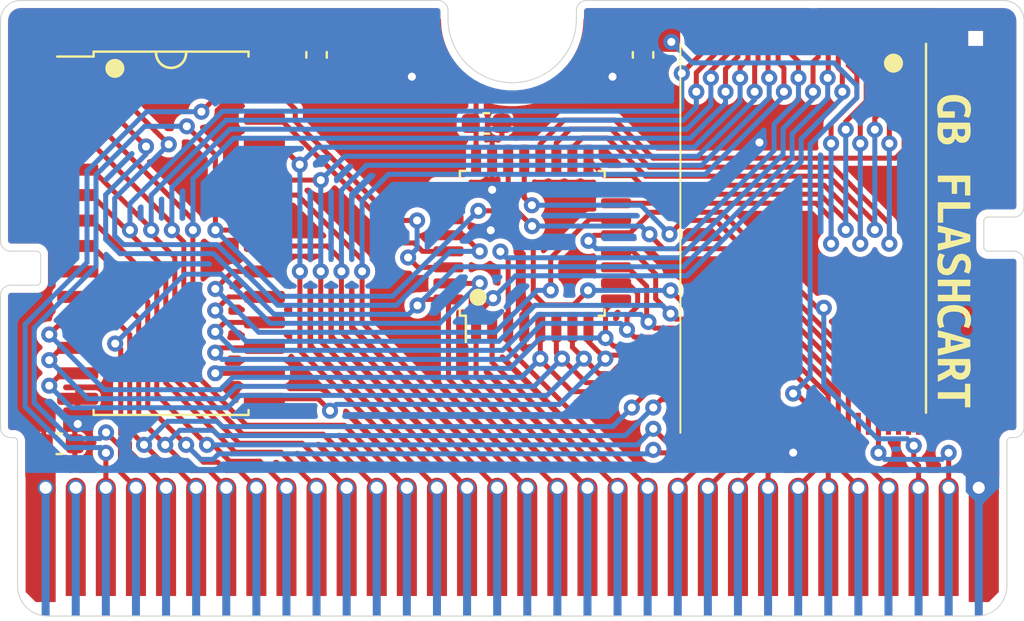
<source format=kicad_pcb>
(kicad_pcb (version 20211014) (generator pcbnew)
  (layers (0 "F.Cu" signal) (31 "B.Cu" signal) (34 "B.Paste" user) (35 "F.Paste" user) (36 "B.SilkS" user "B.Silks") (37 "F.SilkS" user "F.Silks") (38 "B.Mask" user) (39 "F.Mask" user) (44 "Edge.Cuts" user))
  (net 0 "")
  (net 1 "+5V")
  (net 2 "GND")
  (net 3 "RA19")
  (net 4 "RA18")
  (net 5 "RA17")
  (net 6 "RA16")
  (net 7 "RA15")
  (net 8 "RA14")
  (net 9 "A13")
  (net 10 "A12")
  (net 11 "A15")
  (net 12 "RESET")
  (net 13 "A11")
  (net 14 "A10")
  (net 15 "A9")
  (net 16 "A8")
  (net 17 "A7")
  (net 18 "A6")
  (net 19 "A5")
  (net 20 "A4")
  (net 21 "A3")
  (net 22 "A2")
  (net 23 "A1")
  (net 24 "A0")
  (net 25 "D0")
  (net 26 "D1")
  (net 27 "D2")
  (net 28 "D3")
  (net 29 "D4")
  (net 30 "D5")
  (net 31 "D6")
  (net 32 "A14")
  (net 33 "D7")
  (net 34 "RAMCS")
  (net 35 "RA20")
  (net 36 "RA21")
  (net 38 "RUMBLE")
  (net 40 "AA14")
  (net 41 "AA13")
  (net 42 "WR")
  (net 43 "CS")
  (net 44 "RD")
  (net 45 "WE_SND")
  (footprint "Capacitor_SMD:C_0603_1608Metric" (layer "F.Cu") (at 140.25 88.6 -90)
    (fp_text reference "C3")
    (fp_text value "100nF")
  )
  (footprint "Capacitor_SMD:C_0603_1608Metric" (layer "F.Cu") (at 127.43 108)
    (fp_text reference "C1")
    (fp_text value "100nF")
  )
  (footprint "Capacitor_SMD:C_0603_1608Metric" (layer "F.Cu") (at 148.71 92.02)
    (fp_text reference "C2")
    (fp_text value "100nF")
  )
  (footprint "kibuzzard-622CFB3C" (layer "F.Cu") (at 171.97 98.38 -90)
    (fp_text reference "kibuzzard-622CFB3C" hide)
    (fp_text value "G***" hide)
  )
  (footprint "Capacitor_SMD:C_0603_1608Metric" (layer "F.Cu") (at 156.52 88.6 -90)
    (fp_text reference "C4")
    (fp_text value "100nF")
  )
  (footprint "NintendoFootprints:Nintendo_2.25x2.25_Fiducial" (layer "F.Cu") (at 173.095 87.78)
    (fp_text reference "GNDPAD" hide)
    (fp_text value "Nintendo_2.25x2.25_Fiducial" hide)
  )
  (footprint "Package_SO:TSOP-I-48_18.4x12mm_P0.5mm" (layer "F.Cu") (at 164.5 97.25 90)
    (fp_text reference "U1")
    (fp_text value "29F0")
  )
  (footprint "Package_SO:SOIC-28W_7.5x17.9mm_P1.27mm" (layer "F.Cu") (at 133 97.5)
    (fp_text reference "U3")
    (fp_text value "FM18W08")
  )
  (footprint "Package_QFP:LQFP-32_7x7mm_P0.8mm" (layer "F.Cu") (at 151 98 90)
    (fp_text reference "U2")
    (fp_text value "MBC5")
  )
  (footprint "kibuzzard-622CFB40" (layer "F.Cu") (at 172.02 98.39 -90)
    (fp_text reference "kibuzzard-622CFB40" hide)
    (fp_text value "G***" hide)
  )
  (footprint "Connector_GameBoy:GameBoy_GamePak_AGB-002_P1.50mm_Edge" (layer "F.Cu") (at 150 116.59)
    (fp_text reference "J1" hide)
    (fp_text value "GameBoy_GamePak_AGB-002" hide)
  )
  (footprint "kibuzzard-622AB1EA" (layer "B.Cu") (at 138.03 88.91 180)
    (fp_text reference "kibuzzard-622AB1EA" hide)
    (fp_text value "G***" hide)
  )
  (footprint "kibuzzard-622AB126" (layer "B.Cu") (at 131.37 88.67 180)
    (fp_text reference "kibuzzard-622AB126" hide)
    (fp_text value "G***" hide)
  )
  (footprint "NintendoFootprints:GB-ProductionIndicator" (layer "B.Cu") (at 171.6 103.25 180)
    (fp_text reference "PAD*" hide)
    (fp_text value "GB-ProductionIndicator" hide)
  )
  (gr_circle (center 130.2 89.275) (end 130.575 89.275) (layer "F.SilkS") (width 0.2) (fill solid))
  (gr_arc (start 133.75 88.5) (mid 133 89.243484) (end 132.25 88.5) (layer "F.SilkS") (width 0.13))
  (gr_circle (center 169 89.015) (end 169.375 89.015) (layer "F.SilkS") (width 0.2) (fill solid))
  (gr_circle (center 148.3 100.69) (end 148.625 100.69) (layer "F.SilkS") (width 0.2) (fill solid))
  (gr_arc (start 125 107.69) (mid 124.646447 107.543553) (end 124.5 107.19) (layer "Edge.Cuts") (width 0.05))
  (gr_arc (start 125 98.39) (mid 124.646447 98.243553) (end 124.5 97.89) (layer "Edge.Cuts") (width 0.05))
  (gr_line (start 175 107.69) (end 174.85 107.69) (layer "Edge.Cuts") (width 0.05))
  (gr_line (start 173.7 96.69) (end 175 96.69) (layer "Edge.Cuts") (width 0.05))
  (gr_arc (start 174.65 115.09) (mid 174.21066 116.15066) (end 173.15 116.59) (layer "Edge.Cuts") (width 0.05))
  (gr_arc (start 173.7 98.39) (mid 173.558579 98.331421) (end 173.5 98.19) (layer "Edge.Cuts") (width 0.05))
  (gr_line (start 125.5 85.89) (end 146.3 85.89) (layer "Edge.Cuts") (width 0.05))
  (gr_line (start 174.65 115.09) (end 174.65 107.89) (layer "Edge.Cuts") (width 0.05))
  (gr_arc (start 124.5 100.59) (mid 124.646447 100.236447) (end 125 100.09) (layer "Edge.Cuts") (width 0.05))
  (gr_line (start 124.5 107.19) (end 124.5 100.59) (layer "Edge.Cuts") (width 0.05))
  (gr_line (start 175.5 96.19) (end 175.5 86.89) (layer "Edge.Cuts") (width 0.05))
  (gr_line (start 173.5 96.89) (end 173.5 98.19) (layer "Edge.Cuts") (width 0.05))
  (gr_arc (start 173.5 96.89) (mid 173.558579 96.748579) (end 173.7 96.69) (layer "Edge.Cuts") (width 0.05))
  (gr_line (start 153.2 86.39) (end 153.2 86.79) (layer "Edge.Cuts") (width 0.05))
  (gr_line (start 126.3 100.09) (end 125 100.09) (layer "Edge.Cuts") (width 0.05))
  (gr_line (start 175 98.39) (end 173.7 98.39) (layer "Edge.Cuts") (width 0.05))
  (gr_line (start 175.5 107.19) (end 175.5 98.89) (layer "Edge.Cuts") (width 0.05))
  (gr_line (start 146.8 86.39) (end 146.8 86.79) (layer "Edge.Cuts") (width 0.05))
  (gr_line (start 125 98.39) (end 126.3 98.39) (layer "Edge.Cuts") (width 0.05))
  (gr_line (start 173.15 116.59) (end 126.85 116.59) (layer "Edge.Cuts") (width 0.05))
  (gr_arc (start 126.3 98.39) (mid 126.441421 98.448579) (end 126.5 98.59) (layer "Edge.Cuts") (width 0.05))
  (gr_arc (start 153.2 86.79) (mid 150 89.99) (end 146.8 86.79) (layer "Edge.Cuts") (width 0.05))
  (gr_line (start 174.5 85.89) (end 153.7 85.89) (layer "Edge.Cuts") (width 0.05))
  (gr_arc (start 175.5 96.19) (mid 175.353553 96.543553) (end 175 96.69) (layer "Edge.Cuts") (width 0.05))
  (gr_arc (start 175.5 107.19) (mid 175.353553 107.543553) (end 175 107.69) (layer "Edge.Cuts") (width 0.05))
  (gr_arc (start 153.2 86.39) (mid 153.346447 86.036447) (end 153.7 85.89) (layer "Edge.Cuts") (width 0.05))
  (gr_line (start 126.5 98.59) (end 126.5 99.89) (layer "Edge.Cuts") (width 0.05))
  (gr_line (start 125.35 115.09) (end 125.35 107.89) (layer "Edge.Cuts") (width 0.05))
  (gr_arc (start 175 98.39) (mid 175.353553 98.536447) (end 175.5 98.89) (layer "Edge.Cuts") (width 0.05))
  (gr_arc (start 174.65 107.89) (mid 174.708579 107.748579) (end 174.85 107.69) (layer "Edge.Cuts") (width 0.05))
  (gr_arc (start 146.3 85.89) (mid 146.653553 86.036447) (end 146.8 86.39) (layer "Edge.Cuts") (width 0.05))
  (gr_line (start 125.15 107.69) (end 125 107.69) (layer "Edge.Cuts") (width 0.05))
  (gr_arc (start 174.5 85.89) (mid 175.207107 86.182893) (end 175.5 86.89) (layer "Edge.Cuts") (width 0.05))
  (gr_arc (start 126.5 99.89) (mid 126.441421 100.031421) (end 126.3 100.09) (layer "Edge.Cuts") (width 0.05))
  (gr_line (start 124.5 97.89) (end 124.5 86.89) (layer "Edge.Cuts") (width 0.05))
  (gr_arc (start 125.15 107.69) (mid 125.291421 107.748579) (end 125.35 107.89) (layer "Edge.Cuts") (width 0.05))
  (gr_arc (start 124.5 86.89) (mid 124.792893 86.182893) (end 125.5 85.89) (layer "Edge.Cuts") (width 0.05))
  (gr_arc (start 126.85 116.59) (mid 125.78934 116.15066) (end 125.35 115.09) (layer "Edge.Cuts") (width 0.05))
  (segment (start 157.93 87.955) (end 157.93 87.245) (width 0.25) (layer "F.Cu") (net 1))
  (segment (start 164.75 86.39552) (end 164.75 87.5) (width 0.25) (layer "F.Cu") (net 1))
  (segment (start 126.75 108.025) (end 126.725 108) (width 0.25) (layer "F.Cu") (net 1))
  (segment (start 148.2 90.37) (end 148.75 90.37) (width 0.25) (layer "F.Cu") (net 1))
  (segment (start 164.48548 105.82548) (end 164.490486 105.82548) (width 0.25) (layer "F.Cu") (net 1))
  (segment (start 126.99 99.95) (end 126.98 99.96) (width 0.1524) (layer "F.Cu") (net 1))
  (segment (start 126.98 98.27) (end 126.99 98.28) (width 0.1524) (layer "F.Cu") (net 1))
  (segment (start 137.65 89.245) (end 137.65 87.31) (width 0.25) (layer "F.Cu") (net 1))
  (segment (start 164.15 105.49) (end 164.48548 105.82548) (width 0.25) (layer "F.Cu") (net 1))
  (segment (start 147.935 92.02) (end 148.18 92.02) (width 0.25) (layer "F.Cu") (net 1))
  (segment (start 164.490486 105.82548) (end 164.75 106.084994) (width 0.25) (layer "F.Cu") (net 1))
  (segment (start 158.77948 86.39552) (end 164.75 86.39552) (width 0.25) (layer "F.Cu") (net 1))
  (segment (start 148.2 93.825) (end 148.2 92) (width 0.25) (layer "F.Cu") (net 1))
  (segment (start 157.93 87.245) (end 158.77948 86.39552) (width 0.25) (layer "F.Cu") (net 1))
  (segment (start 164 105.49) (end 164.15 105.49) (width 0.25) (layer "F.Cu") (net 1))
  (segment (start 148.2 92) (end 148.2 90.37) (width 0.25) (layer "F.Cu") (net 1))
  (segment (start 164.75 106.084994) (end 164.75 106.9375) (width 0.25) (layer "F.Cu") (net 1))
  (segment (start 148.18 92.02) (end 148.2 92) (width 0.25) (layer "F.Cu") (net 1))
  (segment (start 126.99 98.28) (end 126.99 99.95) (width 0.25) (layer "F.Cu") (net 1))
  (via (at 164 105.49) (size 0.8) (drill 0.4) (layers "F.Cu" "B.Cu") (net 1))
  (via (at 157.93 87.955) (size 0.8) (drill 0.4) (layers "F.Cu" "B.Cu") (net 1))
  (arc (start 153.798133 86.89) (mid 149.999997 90.651845) (end 146.201867 86.889993) (width 0.5) (layer "F.Cu") (net 1))
  (segment (start 164.84808 104.64192) (end 164 105.49) (width 0.25) (layer "B.Cu") (net 1))
  (segment (start 157.93 87.955) (end 158.975 89) (width 0.25) (layer "B.Cu") (net 1))
  (segment (start 158.975 89) (end 166.034614 89) (width 0.25) (layer "B.Cu") (net 1))
  (segment (start 164.84808 93.06192) (end 164.84808 104.64192) (width 0.25) (layer "B.Cu") (net 1))
  (segment (start 166.034614 89) (end 167.174511 90.139897) (width 0.25) (layer "B.Cu") (net 1))
  (segment (start 167.174511 90.139897) (end 167.174511 90.735489) (width 0.25) (layer "B.Cu") (net 1))
  (segment (start 167.174511 90.735489) (end 164.84808 93.06192) (width 0.25) (layer "B.Cu") (net 1))
  (segment (start 128.345 108) (end 128.35 107.995) (width 0.25) (layer "F.Cu") (net 2))
  (segment (start 164 108.44) (end 163.75 108.19) (width 0.25) (layer "F.Cu") (net 2))
  (segment (start 163.75 108.19) (end 163.75 106.9375) (width 0.25) (layer "F.Cu") (net 2))
  (segment (start 164 108.44) (end 164.25 108.19) (width 0.25) (layer "F.Cu") (net 2))
  (segment (start 128.205 108) (end 128.205 107.155) (width 0.25) (layer "F.Cu") (net 2))
  (segment (start 153.39 89.69) (end 151.06 92.02) (width 0.2) (layer "F.Cu") (net 2))
  (segment (start 149.42 97.35) (end 150.57 98.5) (width 0.2) (layer "F.Cu") (net 2))
  (segment (start 164.25 108.19) (end 164.25 106.9375) (width 0.25) (layer "F.Cu") (net 2))
  (segment (start 128.35 107.01) (end 128.35 105.755) (width 0.25) (layer "F.Cu") (net 2))
  (segment (start 150.57 102.145) (end 150.6 102.175) (width 0.2) (layer "F.Cu") (net 2))
  (segment (start 151.06 92.02) (end 149.485 92.02) (width 0.2) (layer "F.Cu") (net 2))
  (segment (start 150.57 98.5) (end 150.57 102.145) (width 0.2) (layer "F.Cu") (net 2))
  (segment (start 128.205 107.155) (end 128.35 107.01) (width 0.25) (layer "F.Cu") (net 2))
  (segment (start 170.87 86.4) (end 170.86552 86.39552) (width 0.25) (layer "F.Cu") (net 2))
  (segment (start 170.86552 86.39552) (end 165.26448 86.39552) (width 0.25) (layer "F.Cu") (net 2))
  (segment (start 148.93 97.35) (end 149.42 97.35) (width 0.2) (layer "F.Cu") (net 2))
  (segment (start 154.96 89.69) (end 153.39 89.69) (width 0.2) (layer "F.Cu") (net 2))
  (via (at 128.35 107.01) (size 0.8) (drill 0.4) (layers "F.Cu" "B.Cu") (net 2))
  (via (at 149 95.33) (size 0.8) (drill 0.4) (layers "F.Cu" "B.Cu") (net 2))
  (via (at 145 89.69) (size 0.8) (drill 0.4) (layers "F.Cu" "B.Cu") (net 2))
  (via (at 148.93 97.35) (size 0.8) (drill 0.4) (layers "F.Cu" "B.Cu") (net 2))
  (via (at 164 108.44) (size 0.8) (drill 0.4) (layers "F.Cu" "B.Cu") (net 2))
  (via (at 155 89.69) (size 0.8) (drill 0.4) (layers "F.Cu" "B.Cu") (net 2))
  (via (at 162.32 92.97) (size 0.8) (drill 0.4) (layers "F.Cu" "B.Cu") (net 2))
  (segment (start 159.82 95.04) (end 149.29 95.04) (width 0.2) (layer "B.Cu") (net 2))
  (segment (start 130.034614 106.68) (end 130.63498 107.280366) (width 0.2) (layer "B.Cu") (net 2))
  (segment (start 153.76 90.93) (end 146.24 90.93) (width 0.2) (layer "B.Cu") (net 2))
  (segment (start 128.68 106.68) (end 130.034614 106.68) (width 0.2) (layer "B.Cu") (net 2))
  (segment (start 131.01498 108.77498) (end 131.19 108.77498) (width 0.2) (layer "B.Cu") (net 2))
  (segment (start 149.07 97.21) (end 149.07 95.4) (width 0.2) (layer "B.Cu") (net 2))
  (segment (start 161.89 92.97) (end 159.82 95.04) (width 0.2) (layer "B.Cu") (net 2))
  (segment (start 162.32 92.97) (end 161.89 92.97) (width 0.2) (layer "B.Cu") (net 2))
  (segment (start 130.63498 108.39498) (end 131.01498 108.77498) (width 0.2) (layer "B.Cu") (net 2))
  (segment (start 149.07 95.4) (end 149 95.33) (width 0.2) (layer "B.Cu") (net 2))
  (segment (start 128.35 107.01) (end 128.68 106.68) (width 0.2) (layer "B.Cu") (net 2))
  (segment (start 148.93 97.35) (end 149.07 97.21) (width 0.2) (layer "B.Cu") (net 2))
  (segment (start 149.29 95.04) (end 149 95.33) (width 0.2) (layer "B.Cu") (net 2))
  (segment (start 146.24 90.93) (end 145 89.69) (width 0.2) (layer "B.Cu") (net 2))
  (segment (start 130.63498 107.280366) (end 130.63498 108.39498) (width 0.2) (layer "B.Cu") (net 2))
  (segment (start 154.96 89.69) (end 154.96 89.73) (width 0.2) (layer "B.Cu") (net 2))
  (segment (start 154.96 89.73) (end 153.76 90.93) (width 0.2) (layer "B.Cu") (net 2))
  (segment (start 155.11931 91.85144) (end 157.020271 93.7524) (width 0.25) (layer "F.Cu") (net 3))
  (segment (start 157.020271 93.7524) (end 169.1007 93.7524) (width 0.25) (layer "F.Cu") (net 3))
  (segment (start 169.53 88.721078) (end 169.25 88.441078) (width 0.25) (layer "F.Cu") (net 3))
  (segment (start 152.58856 91.85144) (end 155.11931 91.85144) (width 0.25) (layer "F.Cu") (net 3))
  (segment (start 169.1007 93.7524) (end 169.53 93.3231) (width 0.25) (layer "F.Cu") (net 3))
  (segment (start 169.25 88.441078) (end 169.25 87.5625) (width 0.25) (layer "F.Cu") (net 3))
  (segment (start 169.53 93.3231) (end 169.53 88.721078) (width 0.25) (layer "F.Cu") (net 3))
  (segment (start 151.4 93.825) (end 151.4 93.04) (width 0.25) (layer "F.Cu") (net 3))
  (segment (start 151.4 93.04) (end 152.58856 91.85144) (width 0.25) (layer "F.Cu") (net 3))
  (segment (start 152.2 92.994282) (end 152.2 93.825) (width 0.25) (layer "F.Cu") (net 4))
  (segment (start 152.893322 92.30096) (end 152.2 92.994282) (width 0.25) (layer "F.Cu") (net 4))
  (segment (start 168.75 88.576796) (end 168.75 87.5625) (width 0.25) (layer "F.Cu") (net 4))
  (segment (start 165.98192 94.20192) (end 156.834073 94.20192) (width 0.25) (layer "F.Cu") (net 4))
  (segment (start 156.834073 94.20192) (end 154.933112 92.30096) (width 0.25) (layer "F.Cu") (net 4))
  (segment (start 168.7935 98.021061) (end 168.7935 97.0135) (width 0.25) (layer "F.Cu") (net 4))
  (segment (start 168.7935 93.021061) (end 168.7935 91.66937) (width 0.25) (layer "F.Cu") (net 4))
  (segment (start 169.07 88.896796) (end 168.75 88.576796) (width 0.25) (layer "F.Cu") (net 4))
  (segment (start 168.7935 91.66937) (end 169.07 91.39287) (width 0.25) (layer "F.Cu") (net 4))
  (segment (start 169.07 91.39287) (end 169.07 88.896796) (width 0.25) (layer "F.Cu") (net 4))
  (segment (start 168.7935 97.0135) (end 165.98192 94.20192) (width 0.25) (layer "F.Cu") (net 4))
  (segment (start 154.933112 92.30096) (end 152.893322 92.30096) (width 0.25) (layer "F.Cu") (net 4))
  (via (at 168.7935 98.021061) (size 0.8) (drill 0.4) (layers "F.Cu" "B.Cu") (net 4))
  (via (at 168.7935 93.021061) (size 0.8) (drill 0.4) (layers "F.Cu" "B.Cu") (net 4))
  (segment (start 168.7935 93.021061) (end 168.7935 98.021061) (width 0.25) (layer "B.Cu") (net 4))
  (segment (start 165.77144 94.65144) (end 156.647875 94.65144) (width 0.25) (layer "F.Cu") (net 5))
  (segment (start 168.069 92.33) (end 168.069 91.758154) (width 0.25) (layer "F.Cu") (net 5))
  (segment (start 154.746915 92.75048) (end 153.488803 92.75048) (width 0.25) (layer "F.Cu") (net 5))
  (segment (start 153 93.239283) (end 153 93.825) (width 0.25) (layer "F.Cu") (net 5))
  (segment (start 156.647875 94.65144) (end 154.746915 92.75048) (width 0.25) (layer "F.Cu") (net 5))
  (segment (start 168.069 96.949) (end 165.77144 94.65144) (width 0.25) (layer "F.Cu") (net 5))
  (segment (start 168.25 88.712514) (end 168.25 87.5625) (width 0.25) (layer "F.Cu") (net 5))
  (segment (start 168.61 91.217154) (end 168.61 89.072514) (width 0.25) (layer "F.Cu") (net 5))
  (segment (start 168.069 91.758154) (end 168.61 91.217154) (width 0.25) (layer "F.Cu") (net 5))
  (segment (start 168.61 89.072514) (end 168.25 88.712514) (width 0.25) (layer "F.Cu") (net 5))
  (segment (start 168.069 97.33) (end 168.069 96.949) (width 0.25) (layer "F.Cu") (net 5))
  (segment (start 153.488803 92.75048) (end 153 93.239283) (width 0.25) (layer "F.Cu") (net 5))
  (via (at 168.069 97.33) (size 0.8) (drill 0.4) (layers "F.Cu" "B.Cu") (net 5))
  (via (at 168.069 92.33) (size 0.8) (drill 0.4) (layers "F.Cu" "B.Cu") (net 5))
  (segment (start 168.069 92.33) (end 168.069 97.33) (width 0.25) (layer "B.Cu") (net 5))
  (segment (start 154.60048 94.62548) (end 153.8 93.825) (width 0.25) (layer "F.Cu") (net 6))
  (segment (start 168.149876 91.04156) (end 168.149876 89.248108) (width 0.25) (layer "F.Cu") (net 6))
  (segment (start 155.986197 94.62548) (end 154.60048 94.62548) (width 0.25) (layer "F.Cu") (net 6))
  (segment (start 165.54096 95.10096) (end 156.461677 95.10096) (width 0.25) (layer "F.Cu") (net 6))
  (segment (start 167.75 88.848232) (end 167.75 87.5625) (width 0.25) (layer "F.Cu") (net 6))
  (segment (start 167.3445 91.846936) (end 168.149876 91.04156) (width 0.25) (layer "F.Cu") (net 6))
  (segment (start 167.3445 93.020815) (end 167.3445 91.846936) (width 0.25) (layer "F.Cu") (net 6))
  (segment (start 156.461677 95.10096) (end 155.986197 94.62548) (width 0.25) (layer "F.Cu") (net 6))
  (segment (start 167.3445 96.9045) (end 165.54096 95.10096) (width 0.25) (layer "F.Cu") (net 6))
  (segment (start 167.3445 98.020815) (end 167.3445 96.9045) (width 0.25) (layer "F.Cu") (net 6))
  (segment (start 168.149876 89.248108) (end 167.75 88.848232) (width 0.25) (layer "F.Cu") (net 6))
  (via (at 167.3445 93.020815) (size 0.8) (drill 0.4) (layers "F.Cu" "B.Cu") (net 6))
  (via (at 167.3445 98.020815) (size 0.8) (drill 0.4) (layers "F.Cu" "B.Cu") (net 6))
  (segment (start 167.3445 93.020815) (end 167.3445 98.020815) (width 0.25) (layer "B.Cu") (net 6))
  (segment (start 167.25 88.98395) (end 167.25 87.5625) (width 0.25) (layer "F.Cu") (net 7))
  (segment (start 156.275479 95.55048) (end 155.924999 95.2) (width 0.25) (layer "F.Cu") (net 7))
  (segment (start 167.64 90.915718) (end 167.64 89.37395) (width 0.25) (layer "F.Cu") (net 7))
  (segment (start 167.64 89.37395) (end 167.25 88.98395) (width 0.25) (layer "F.Cu") (net 7))
  (segment (start 166.62 96.844283) (end 165.326197 95.55048) (width 0.25) (layer "F.Cu") (net 7))
  (segment (start 166.62 91.935718) (end 167.64 90.915718) (width 0.25) (layer "F.Cu") (net 7))
  (segment (start 166.62 97.328439) (end 166.62 96.844283) (width 0.25) (layer "F.Cu") (net 7))
  (segment (start 165.326197 95.55048) (end 156.275479 95.55048) (width 0.25) (layer "F.Cu") (net 7))
  (segment (start 166.62 92.328439) (end 166.62 91.935718) (width 0.25) (layer "F.Cu") (net 7))
  (segment (start 155.924999 95.2) (end 155.175 95.2) (width 0.25) (layer "F.Cu") (net 7))
  (via (at 166.62 92.328439) (size 0.8) (drill 0.4) (layers "F.Cu" "B.Cu") (net 7))
  (via (at 166.62 97.328439) (size 0.8) (drill 0.4) (layers "F.Cu" "B.Cu") (net 7))
  (segment (start 166.62 92.328439) (end 166.62 97.328439) (width 0.25) (layer "B.Cu") (net 7))
  (segment (start 165.89 96.75) (end 165.14 96) (width 0.25) (layer "F.Cu") (net 8))
  (segment (start 167.174511 89.544179) (end 166.75 89.119668) (width 0.25) (layer "F.Cu") (net 8))
  (segment (start 165.89 98.02) (end 165.89 96.75) (width 0.25) (layer "F.Cu") (net 8))
  (segment (start 165.89 92.03) (end 167.174511 90.745489) (width 0.25) (layer "F.Cu") (net 8))
  (segment (start 166.75 89.119668) (end 166.75 87.5625) (width 0.25) (layer "F.Cu") (net 8))
  (segment (start 165.89 93.02) (end 165.89 92.03) (width 0.25) (layer "F.Cu") (net 8))
  (segment (start 165.14 96) (end 155.175 96) (width 0.25) (layer "F.Cu") (net 8))
  (segment (start 167.174511 90.745489) (end 167.174511 89.544179) (width 0.25) (layer "F.Cu") (net 8))
  (via (at 165.89 93.02) (size 0.8) (drill 0.4) (layers "F.Cu" "B.Cu") (net 8))
  (via (at 165.89 98.02) (size 0.8) (drill 0.4) (layers "F.Cu" "B.Cu") (net 8))
  (segment (start 165.89 93.02) (end 165.89 98.02) (width 0.25) (layer "B.Cu") (net 8))
  (segment (start 149.048036 100.73346) (end 148.2 101.581496) (width 0.25) (layer "F.Cu") (net 9))
  (segment (start 148.2 102.175) (end 148.2 104.64) (width 0.25) (layer "F.Cu") (net 9))
  (segment (start 166.45 90.44) (end 166.45 89.455386) (width 0.25) (layer "F.Cu") (net 9))
  (segment (start 148.2 104.64) (end 153.7475 110.1875) (width 0.25) (layer "F.Cu") (net 9))
  (segment (start 166.45 89.455386) (end 166.25 89.255386) (width 0.25) (layer "F.Cu") (net 9))
  (segment (start 153.7475 110.1875) (end 153.75 110.1875) (width 0.25) (layer "F.Cu") (net 9))
  (segment (start 166.25 89.255386) (end 166.25 87.5625) (width 0.25) (layer "F.Cu") (net 9))
  (segment (start 148.2 101.581496) (end 148.2 102.175) (width 0.25) (layer "F.Cu") (net 9))
  (via (at 149.048036 100.73346) (size 0.8) (drill 0.4) (layers "F.Cu" "B.Cu") (net 9))
  (via (at 166.45 90.44) (size 0.8) (drill 0.4) (layers "F.Cu" "B.Cu") (net 9))
  (segment (start 164.39856 93.928592) (end 158.707152 99.62) (width 0.25) (layer "B.Cu") (net 9))
  (segment (start 166.45 90.74) (end 164.39856 92.79144) (width 0.25) (layer "B.Cu") (net 9))
  (segment (start 158.707152 99.62) (end 150.161496 99.62) (width 0.25) (layer "B.Cu") (net 9))
  (segment (start 150.161496 99.62) (end 149.048036 100.73346) (width 0.25) (layer "B.Cu") (net 9))
  (segment (start 166.45 90.44) (end 166.45 90.74) (width 0.25) (layer "B.Cu") (net 9))
  (segment (start 164.39856 92.79144) (end 164.39856 93.928592) (width 0.25) (layer "B.Cu") (net 9))
  (segment (start 165.75 87.5625) (end 165.75 89.72) (width 0.25) (layer "F.Cu") (net 10))
  (segment (start 145.58 100.8) (end 146.825 100.8) (width 0.25) (layer "F.Cu") (net 10))
  (segment (start 165.75 89.72) (end 165.72 89.75) (width 0.25) (layer "F.Cu") (net 10))
  (segment (start 145.28 101.1) (end 145.58 100.8) (width 0.25) (layer "F.Cu") (net 10))
  (segment (start 146.825 100.8) (end 146.825 104.765) (width 0.25) (layer "F.Cu") (net 10))
  (segment (start 152.25 110.19) (end 152.25 110.1875) (width 0.25) (layer "F.Cu") (net 10))
  (segment (start 131.751825 93.171825) (end 129.095 90.515) (width 0.25) (layer "F.Cu") (net 10))
  (segment (start 146.825 104.765) (end 152.25 110.19) (width 0.25) (layer "F.Cu") (net 10))
  (segment (start 129.095 90.515) (end 128.35 90.515) (width 0.25) (layer "F.Cu") (net 10))
  (via (at 131.751825 93.171825) (size 0.8) (drill 0.4) (layers "F.Cu" "B.Cu") (net 10))
  (via (at 145.28 101.1) (size 0.8) (drill 0.4) (layers "F.Cu" "B.Cu") (net 10))
  (via (at 165.72 89.75) (size 0.8) (drill 0.4) (layers "F.Cu" "B.Cu") (net 10))
  (segment (start 158.520955 99.17048) (end 163.94904 93.742394) (width 0.25) (layer "B.Cu") (net 10))
  (segment (start 163.94904 93.742394) (end 163.94904 92.54096) (width 0.25) (layer "B.Cu") (net 10))
  (segment (start 130.448314 98.514031) (end 135.109749 98.514031) (width 0.25) (layer "B.Cu") (net 10))
  (segment (start 163.94904 92.54096) (end 165.72 90.77) (width 0.25) (layer "B.Cu") (net 10))
  (segment (start 138.135238 101.53952) (end 144.84048 101.53952) (width 0.25) (layer "B.Cu") (net 10))
  (segment (start 145.28 101.1) (end 147.20952 99.17048) (width 0.25) (layer "B.Cu") (net 10))
  (segment (start 129.74048 95.572051) (end 129.74048 97.806198) (width 0.25) (layer "B.Cu") (net 10))
  (segment (start 144.84048 101.53952) (end 145.28 101.1) (width 0.25) (layer "B.Cu") (net 10))
  (segment (start 165.72 90.77) (end 165.72 89.75) (width 0.25) (layer "B.Cu") (net 10))
  (segment (start 131.751825 93.560705) (end 129.74048 95.572051) (width 0.25) (layer "B.Cu") (net 10))
  (segment (start 131.751825 93.171825) (end 131.751825 93.560705) (width 0.25) (layer "B.Cu") (net 10))
  (segment (start 135.109749 98.514031) (end 138.135238 101.53952) (width 0.25) (layer "B.Cu") (net 10))
  (segment (start 129.74048 97.806198) (end 130.448314 98.514031) (width 0.25) (layer "B.Cu") (net 10))
  (segment (start 147.20952 99.17048) (end 158.520955 99.17048) (width 0.25) (layer "B.Cu") (net 10))
  (segment (start 149.8 98.8) (end 149.8 102.175) (width 0.25) (layer "F.Cu") (net 11))
  (segment (start 156.75 110.1875) (end 149.8 103.2375) (width 0.25) (layer "F.Cu") (net 11))
  (segment (start 149.8 103.2375) (end 149.8 102.175) (width 0.25) (layer "F.Cu") (net 11))
  (segment (start 164.99 90.44) (end 164.99 88.96) (width 0.25) (layer "F.Cu") (net 11))
  (segment (start 149.41 98.41) (end 149.8 98.8) (width 0.25) (layer "F.Cu") (net 11))
  (segment (start 164.99 88.96) (end 165.25 88.7) (width 0.25) (layer "F.Cu") (net 11))
  (segment (start 165.25 88.7) (end 165.25 87.5625) (width 0.25) (layer "F.Cu") (net 11))
  (via (at 164.99 90.44) (size 0.8) (drill 0.4) (layers "F.Cu" "B.Cu") (net 11))
  (via (at 149.41 98.41) (size 0.8) (drill 0.4) (layers "F.Cu" "B.Cu") (net 11))
  (segment (start 149.41 98.41) (end 149.72096 98.72096) (width 0.25) (layer "B.Cu") (net 11))
  (segment (start 149.72096 98.72096) (end 158.334757 98.72096) (width 0.25) (layer "B.Cu") (net 11))
  (segment (start 163.49952 92.28048) (end 164.99 90.79) (width 0.25) (layer "B.Cu") (net 11))
  (segment (start 158.334757 98.72096) (end 163.49952 93.556197) (width 0.25) (layer "B.Cu") (net 11))
  (segment (start 164.99 90.79) (end 164.99 90.44) (width 0.25) (layer "B.Cu") (net 11))
  (segment (start 163.49952 93.556197) (end 163.49952 92.28048) (width 0.25) (layer "B.Cu") (net 11))
  (segment (start 170.25 109.09) (end 170.01055 108.85055) (width 0.25) (layer "F.Cu") (net 12))
  (segment (start 164.264511 89.749989) (end 164.264511 89.634511) (width 0.25) (layer "F.Cu") (net 12))
  (segment (start 153.8 97.87646) (end 154.07646 97.6) (width 0.25) (layer "F.Cu") (net 12))
  (segment (start 165.525795 101.214205) (end 165.204231 101.214205) (width 0.25) (layer "F.Cu") (net 12))
  (segment (start 164.2645 89.75) (end 164.264511 89.749989) (width 0.25) (layer "F.Cu") (net 12))
  (segment (start 163.75 87.5625) (end 163.75 88.415006) (width 0.25) (layer "F.Cu") (net 12))
  (segment (start 155.760717 97.6) (end 156.24952 97.111197) (width 0.25) (layer "F.Cu") (net 12))
  (segment (start 163.75 88.415006) (end 164.264511 88.929517) (width 0.25) (layer "F.Cu") (net 12))
  (segment (start 170.25 110.19) (end 170.25 109.09) (width 0.25) (layer "F.Cu") (net 12))
  (segment (start 170.01055 108.85055) (end 170.01055 108.089904) (width 0.25) (layer "F.Cu") (net 12))
  (segment (start 156.24952 97.111197) (end 156.24952 97.11048) (width 0.25) (layer "F.Cu") (net 12))
  (segment (start 164.264511 88.929517) (end 164.264511 89.634511) (width 0.25) (layer "F.Cu") (net 12))
  (segment (start 165.204231 101.214205) (end 160.439546 96.44952) (width 0.25) (layer "F.Cu") (net 12))
  (segment (start 155.175 97.6) (end 155.760717 97.6) (width 0.25) (layer "F.Cu") (net 12))
  (segment (start 154.07646 97.6) (end 155.175 97.6) (width 0.25) (layer "F.Cu") (net 12))
  (segment (start 156.24952 97.11048) (end 156.91048 96.44952) (width 0.25) (layer "F.Cu") (net 12))
  (segment (start 156.91048 96.44952) (end 160.439546 96.44952) (width 0.25) (layer "F.Cu") (net 12))
  (via (at 164.2645 89.75) (size 0.8) (drill 0.4) (layers "F.Cu" "B.Cu") (net 12))
  (via (at 170.01055 108.089904) (size 0.8) (drill 0.4) (layers "F.Cu" "B.Cu") (net 12))
  (via (at 165.525795 101.214205) (size 0.8) (drill 0.4) (layers "F.Cu" "B.Cu") (net 12))
  (via (at 153.8 97.87646) (size 0.8) (drill 0.4) (layers "F.Cu" "B.Cu") (net 12))
  (segment (start 158.14856 98.27144) (end 163.05 93.37) (width 0.25) (layer "B.Cu") (net 12))
  (segment (start 163.05 92.05) (end 164.2645 90.8355) (width 0.25) (layer "B.Cu") (net 12))
  (segment (start 164.2645 90.8355) (end 164.2645 89.75) (width 0.25) (layer "B.Cu") (net 12))
  (segment (start 169.670646 107.75) (end 168.21 107.75) (width 0.25) (layer "B.Cu") (net 12))
  (segment (start 165.525795 105.065795) (end 165.525795 101.214205) (width 0.25) (layer "B.Cu") (net 12))
  (segment (start 163.05 93.37) (end 163.05 92.05) (width 0.25) (layer "B.Cu") (net 12))
  (segment (start 170.01055 108.089904) (end 169.670646 107.75) (width 0.25) (layer "B.Cu") (net 12))
  (segment (start 154.19498 98.27144) (end 158.14856 98.27144) (width 0.25) (layer "B.Cu") (net 12))
  (segment (start 153.8 97.87646) (end 154.19498 98.27144) (width 0.25) (layer "B.Cu") (net 12))
  (segment (start 168.21 107.75) (end 165.525795 105.065795) (width 0.25) (layer "B.Cu") (net 12))
  (segment (start 142.52 99.4) (end 142.52 101.96) (width 0.25) (layer "F.Cu") (net 13))
  (segment (start 163.54 89.26) (end 163.25 88.97) (width 0.25) (layer "F.Cu") (net 13))
  (segment (start 142.52 101.96) (end 150.75 110.19) (width 0.25) (layer "F.Cu") (net 13))
  (segment (start 139.295 95.595) (end 137.65 95.595) (width 0.25) (layer "F.Cu") (net 13))
  (segment (start 163.25 88.97) (end 163.25 87.5625) (width 0.25) (layer "F.Cu") (net 13))
  (segment (start 163.54 90.44) (end 163.54 89.26) (width 0.25) (layer "F.Cu") (net 13))
  (segment (start 142.52 98.82) (end 139.295 95.595) (width 0.25) (layer "F.Cu") (net 13))
  (segment (start 142.52 99.4) (end 142.52 98.82) (width 0.25) (layer "F.Cu") (net 13))
  (via (at 142.52 99.4) (size 0.8) (drill 0.4) (layers "F.Cu" "B.Cu") (net 13))
  (via (at 163.54 90.44) (size 0.8) (drill 0.4) (layers "F.Cu" "B.Cu") (net 13))
  (segment (start 163.54 90.643485) (end 159.626845 94.55664) (width 0.25) (layer "B.Cu") (net 13))
  (segment (start 142.52 95.87) (end 142.52 99.4) (width 0.25) (layer "B.Cu") (net 13))
  (segment (start 143.83336 94.55664) (end 142.52 95.87) (width 0.25) (layer "B.Cu") (net 13))
  (segment (start 163.54 90.44) (end 163.54 90.643485) (width 0.25) (layer "B.Cu") (net 13))
  (segment (start 159.626845 94.55664) (end 143.83336 94.55664) (width 0.25) (layer "B.Cu") (net 13))
  (segment (start 137.65 98.135) (end 140.785 98.135) (width 0.25) (layer "F.Cu") (net 14))
  (segment (start 162.75 89.693882) (end 162.75 87.5625) (width 0.25) (layer "F.Cu") (net 14))
  (segment (start 141.49 98.84) (end 141.49 99.4) (width 0.25) (layer "F.Cu") (net 14))
  (segment (start 140.785 98.135) (end 141.49 98.84) (width 0.25) (layer "F.Cu") (net 14))
  (segment (start 141.49 99.4) (end 141.49 102.43) (width 0.25) (layer "F.Cu") (net 14))
  (segment (start 141.49 102.43) (end 149.25 110.19) (width 0.25) (layer "F.Cu") (net 14))
  (segment (start 162.806118 89.75) (end 162.75 89.693882) (width 0.25) (layer "F.Cu") (net 14))
  (via (at 141.49 99.4) (size 0.8) (drill 0.4) (layers "F.Cu" "B.Cu") (net 14))
  (via (at 162.806118 89.75) (size 0.8) (drill 0.4) (layers "F.Cu" "B.Cu") (net 14))
  (segment (start 159.440648 94.10712) (end 162.806118 90.74165) (width 0.25) (layer "B.Cu") (net 14))
  (segment (start 141.49 99.4) (end 141.49 95.35) (width 0.25) (layer "B.Cu") (net 14))
  (segment (start 142.73288 94.10712) (end 159.440648 94.10712) (width 0.25) (layer "B.Cu") (net 14))
  (segment (start 141.49 95.35) (end 142.73288 94.10712) (width 0.25) (layer "B.Cu") (net 14))
  (segment (start 162.806118 90.74165) (end 162.806118 89.75) (width 0.25) (layer "B.Cu") (net 14))
  (segment (start 140.46 94.85) (end 140.45681 94.84681) (width 0.25) (layer "F.Cu") (net 15))
  (segment (start 138.345 94.325) (end 137.65 94.325) (width 0.25) (layer "F.Cu") (net 15))
  (segment (start 138.86681 94.84681) (end 138.345 94.325) (width 0.25) (layer "F.Cu") (net 15))
  (segment (start 140.45681 94.84681) (end 138.86681 94.84681) (width 0.25) (layer "F.Cu") (net 15))
  (segment (start 162.081618 90.441536) (end 162.081618 89.12626) (width 0.25) (layer "F.Cu") (net 15))
  (segment (start 162.081618 89.12626) (end 162.25 88.957878) (width 0.25) (layer "F.Cu") (net 15))
  (segment (start 140.46 99.4) (end 140.46 102.9) (width 0.25) (layer "F.Cu") (net 15))
  (segment (start 140.46 102.9) (end 147.75 110.19) (width 0.25) (layer "F.Cu") (net 15))
  (segment (start 162.25 88.957878) (end 162.25 87.5625) (width 0.25) (layer "F.Cu") (net 15))
  (via (at 162.081618 90.441536) (size 0.8) (drill 0.4) (layers "F.Cu" "B.Cu") (net 15))
  (via (at 140.46 94.85) (size 0.8) (drill 0.4) (layers "F.Cu" "B.Cu") (net 15))
  (via (at 140.46 99.4) (size 0.8) (drill 0.4) (layers "F.Cu" "B.Cu") (net 15))
  (segment (start 141.6524 93.6576) (end 159.25445 93.6576) (width 0.25) (layer "B.Cu") (net 15))
  (segment (start 140.46 94.85) (end 141.6524 93.6576) (width 0.25) (layer "B.Cu") (net 15))
  (segment (start 159.25445 93.6576) (end 162.081618 90.830432) (width 0.25) (layer "B.Cu") (net 15))
  (segment (start 162.081618 90.830432) (end 162.081618 90.441536) (width 0.25) (layer "B.Cu") (net 15))
  (segment (start 140.46 94.85) (end 140.46 99.4) (width 0.25) (layer "B.Cu") (net 15))
  (segment (start 139.42 99.4) (end 139.42 103.36) (width 0.25) (layer "F.Cu") (net 16))
  (segment (start 138.39194 93.055) (end 137.65 93.055) (width 0.25) (layer "F.Cu") (net 16))
  (segment (start 161.356536 89.753596) (end 161.356536 89.215624) (width 0.25) (layer "F.Cu") (net 16))
  (segment (start 139.41 94.07306) (end 138.39194 93.055) (width 0.25) (layer "F.Cu") (net 16))
  (segment (start 139.42 103.36) (end 146.25 110.19) (width 0.25) (layer "F.Cu") (net 16))
  (segment (start 161.356536 89.215624) (end 161.75 88.82216) (width 0.25) (layer "F.Cu") (net 16))
  (segment (start 161.75 88.82216) (end 161.75 87.5625) (width 0.25) (layer "F.Cu") (net 16))
  (via (at 139.41 94.07306) (size 0.8) (drill 0.4) (layers "F.Cu" "B.Cu") (net 16))
  (via (at 139.42 99.4) (size 0.8) (drill 0.4) (layers "F.Cu" "B.Cu") (net 16))
  (via (at 161.356536 89.753596) (size 0.8) (drill 0.4) (layers "F.Cu" "B.Cu") (net 16))
  (segment (start 140.27498 93.20808) (end 159.068252 93.20808) (width 0.25) (layer "B.Cu") (net 16))
  (segment (start 161.356536 90.919796) (end 161.356536 89.753596) (width 0.25) (layer "B.Cu") (net 16))
  (segment (start 139.41 94.07306) (end 140.27498 93.20808) (width 0.25) (layer "B.Cu") (net 16))
  (segment (start 159.068252 93.20808) (end 161.356536 90.919796) (width 0.25) (layer "B.Cu") (net 16))
  (segment (start 139.42 94.08306) (end 139.41 94.07306) (width 0.25) (layer "B.Cu") (net 16))
  (segment (start 139.42 99.4) (end 139.42 94.08306) (width 0.25) (layer "B.Cu") (net 16))
  (segment (start 134.08616 104.399006) (end 136.758865 107.071711) (width 0.25) (layer "F.Cu") (net 17))
  (segment (start 136.758865 107.071711) (end 141.631711 107.071711) (width 0.25) (layer "F.Cu") (net 17))
  (segment (start 141.631711 107.071711) (end 144.75 110.19) (width 0.25) (layer "F.Cu") (net 17))
  (segment (start 129.055 91.785) (end 128.35 91.785) (width 0.25) (layer "F.Cu") (net 17))
  (segment (start 134.09 97.34) (end 134.08616 97.34384) (width 0.25) (layer "F.Cu") (net 17))
  (segment (start 160.63 89.306442) (end 161.25 88.686442) (width 0.25) (layer "F.Cu") (net 17))
  (segment (start 134.09 96.82) (end 129.055 91.785) (width 0.25) (layer "F.Cu") (net 17))
  (segment (start 161.25 88.686442) (end 161.25 87.5625) (width 0.25) (layer "F.Cu") (net 17))
  (segment (start 134.09 97.34) (end 134.09 96.82) (width 0.25) (layer "F.Cu") (net 17))
  (segment (start 134.08616 97.34384) (end 134.08616 104.399006) (width 0.25) (layer "F.Cu") (net 17))
  (segment (start 160.63 90.44) (end 160.63 89.306442) (width 0.25) (layer "F.Cu") (net 17))
  (via (at 134.09 97.34) (size 0.8) (drill 0.4) (layers "F.Cu" "B.Cu") (net 17))
  (via (at 160.63 90.44) (size 0.8) (drill 0.4) (layers "F.Cu" "B.Cu") (net 17))
  (segment (start 158.882054 92.75856) (end 136.12144 92.75856) (width 0.25) (layer "B.Cu") (net 17))
  (segment (start 136.12144 92.75856) (end 134.09 94.79) (width 0.25) (layer "B.Cu") (net 17))
  (segment (start 134.09 94.79) (end 134.09 97.34) (width 0.25) (layer "B.Cu") (net 17))
  (segment (start 160.63 91.010614) (end 158.882054 92.75856) (width 0.25) (layer "B.Cu") (net 17))
  (segment (start 160.63 90.44) (end 160.63 91.010614) (width 0.25) (layer "B.Cu") (net 17))
  (segment (start 133.04 97.01) (end 129.085 93.055) (width 0.25) (layer "F.Cu") (net 18))
  (segment (start 133.63664 104.585204) (end 133.63664 97.93664) (width 0.25) (layer "F.Cu") (net 18))
  (segment (start 136.572667 107.521231) (end 133.63664 104.585204) (width 0.25) (layer "F.Cu") (net 18))
  (segment (start 160.75 88.550724) (end 160.75 87.5625) (width 0.25) (layer "F.Cu") (net 18))
  (segment (start 143.25 110.19) (end 140.581231 107.521231) (width 0.25) (layer "F.Cu") (net 18))
  (segment (start 133.04 97.34) (end 133.04 97.01) (width 0.25) (layer "F.Cu") (net 18))
  (segment (start 159.899 89.401724) (end 160.75 88.550724) (width 0.25) (layer "F.Cu") (net 18))
  (segment (start 129.085 93.055) (end 128.35 93.055) (width 0.25) (layer "F.Cu") (net 18))
  (segment (start 140.581231 107.521231) (end 136.572667 107.521231) (width 0.25) (layer "F.Cu") (net 18))
  (segment (start 159.899 89.75) (end 159.899 89.401724) (width 0.25) (layer "F.Cu") (net 18))
  (segment (start 133.63664 97.93664) (end 133.04 97.34) (width 0.25) (layer "F.Cu") (net 18))
  (via (at 133.04 97.34) (size 0.8) (drill 0.4) (layers "F.Cu" "B.Cu") (net 18))
  (via (at 159.899 89.75) (size 0.8) (drill 0.4) (layers "F.Cu" "B.Cu") (net 18))
  (segment (start 133.04 95.204282) (end 133.04 97.34) (width 0.25) (layer "B.Cu") (net 18))
  (segment (start 159.899 89.75) (end 159.899 91.105896) (width 0.25) (layer "B.Cu") (net 18))
  (segment (start 158.695856 92.30904) (end 135.935242 92.30904) (width 0.25) (layer "B.Cu") (net 18))
  (segment (start 159.899 91.105896) (end 158.695856 92.30904) (width 0.25) (layer "B.Cu") (net 18))
  (segment (start 135.935242 92.30904) (end 133.04 95.204282) (width 0.25) (layer "B.Cu") (net 18))
  (segment (start 159.1745 89.490506) (end 160.25 88.415006) (width 0.25) (layer "F.Cu") (net 19))
  (segment (start 133.18712 98.69712) (end 133.18712 104.771402) (width 0.25) (layer "F.Cu") (net 19))
  (segment (start 139.530751 107.970751) (end 141.75 110.19) (width 0.25) (layer "F.Cu") (net 19))
  (segment (start 159.1745 90.44) (end 159.1745 89.490506) (width 0.25) (layer "F.Cu") (net 19))
  (segment (start 132.01 97.52) (end 133.18712 98.69712) (width 0.25) (layer "F.Cu") (net 19))
  (segment (start 136.386469 107.970751) (end 139.530751 107.970751) (width 0.25) (layer "F.Cu") (net 19))
  (segment (start 129.065 94.325) (end 128.35 94.325) (width 0.25) (layer "F.Cu") (net 19))
  (segment (start 160.25 88.415006) (end 160.25 87.5625) (width 0.25) (layer "F.Cu") (net 19))
  (segment (start 132.01 97.27) (end 129.065 94.325) (width 0.25) (layer "F.Cu") (net 19))
  (segment (start 132.01 97.34) (end 132.01 97.27) (width 0.25) (layer "F.Cu") (net 19))
  (segment (start 133.18712 104.771402) (end 136.386469 107.970751) (width 0.25) (layer "F.Cu") (net 19))
  (segment (start 132.01 97.34) (end 132.01 97.52) (width 0.25) (layer "F.Cu") (net 19))
  (via (at 159.1745 90.44) (size 0.8) (drill 0.4) (layers "F.Cu" "B.Cu") (net 19))
  (via (at 132.01 97.34) (size 0.8) (drill 0.4) (layers "F.Cu" "B.Cu") (net 19))
  (segment (start 158.509658 91.85952) (end 135.749044 91.85952) (width 0.25) (layer "B.Cu") (net 19))
  (segment (start 132.01 95.598564) (end 132.01 97.34) (width 0.25) (layer "B.Cu") (net 19))
  (segment (start 159.1745 91.194678) (end 158.509658 91.85952) (width 0.25) (layer "B.Cu") (net 19))
  (segment (start 159.1745 90.44) (end 159.1745 91.194678) (width 0.25) (layer "B.Cu") (net 19))
  (segment (start 135.749044 91.85952) (end 132.01 95.598564) (width 0.25) (layer "B.Cu") (net 19))
  (segment (start 158.45 89.52) (end 159.75 88.22) (width 0.25) (layer "F.Cu") (net 20))
  (segment (start 138.480271 108.420271) (end 140.25 110.19) (width 0.25) (layer "F.Cu") (net 20))
  (segment (start 159.75 88.22) (end 159.75 87.5625) (width 0.25) (layer "F.Cu") (net 20))
  (segment (start 132.7376 99.289628) (end 132.7376 104.9576) (width 0.25) (layer "F.Cu") (net 20))
  (segment (start 132.7376 104.9576) (end 136.200271 108.420271) (width 0.25) (layer "F.Cu") (net 20))
  (segment (start 129.042972 95.595) (end 132.7376 99.289628) (width 0.25) (layer "F.Cu") (net 20))
  (segment (start 128.35 95.595) (end 129.042972 95.595) (width 0.25) (layer "F.Cu") (net 20))
  (segment (start 136.200271 108.420271) (end 138.480271 108.420271) (width 0.25) (layer "F.Cu") (net 20))
  (via (at 130.95 97.34) (size 0.8) (drill 0.4) (layers "F.Cu" "B.Cu") (net 20))
  (via (at 158.45 89.52) (size 0.8) (drill 0.4) (layers "F.Cu" "B.Cu") (net 20))
  (segment (start 158.45 91.28346) (end 158.32346 91.41) (width 0.25) (layer "B.Cu") (net 20))
  (segment (start 158.45 89.52) (end 158.45 91.28346) (width 0.25) (layer "B.Cu") (net 20))
  (segment (start 158.32346 91.41) (end 135.562846 91.41) (width 0.25) (layer "B.Cu") (net 20))
  (segment (start 135.562846 91.41) (end 130.95 96.022846) (width 0.25) (layer "B.Cu") (net 20))
  (segment (start 130.95 96.022846) (end 130.95 97.34) (width 0.25) (layer "B.Cu") (net 20))
  (segment (start 129.075 96.865) (end 128.35 96.865) (width 0.25) (layer "F.Cu") (net 21))
  (segment (start 134.79 108.05048) (end 135.095137 108.05048) (width 0.25) (layer "F.Cu") (net 21))
  (segment (start 134.79 108.05048) (end 132.28808 105.54856) (width 0.25) (layer "F.Cu") (net 21))
  (segment (start 159.45192 108.04808) (end 157.82808 108.04808) (width 0.25) (layer "F.Cu") (net 21))
  (segment (start 132.28808 100.07808) (end 129.075 96.865) (width 0.25) (layer "F.Cu") (net 21))
  (segment (start 137.429791 108.869791) (end 138.75 110.19) (width 0.25) (layer "F.Cu") (net 21))
  (segment (start 159.75 107.75) (end 159.45192 108.04808) (width 0.25) (layer "F.Cu") (net 21))
  (segment (start 159.75 107) (end 159.75 107.75) (width 0.25) (layer "F.Cu") (net 21))
  (segment (start 132.28808 105.54856) (end 132.28808 100.07808) (width 0.25) (layer "F.Cu") (net 21))
  (segment (start 157.82808 108.04808) (end 157.03 107.25) (width 0.25) (layer "F.Cu") (net 21))
  (segment (start 135.095137 108.05048) (end 135.914448 108.869791) (width 0.25) (layer "F.Cu") (net 21))
  (segment (start 135.914448 108.869791) (end 137.429791 108.869791) (width 0.25) (layer "F.Cu") (net 21))
  (via (at 157.03 107.25) (size 0.8) (drill 0.4) (layers "F.Cu" "B.Cu") (net 21))
  (via (at 134.79 108.05048) (size 0.8) (drill 0.4) (layers "F.Cu" "B.Cu") (net 21))
  (segment (start 156.22952 108.05048) (end 157.03 107.25) (width 0.25) (layer "B.Cu") (net 21))
  (segment (start 134.79 108.05048) (end 156.22952 108.05048) (width 0.25) (layer "B.Cu") (net 21))
  (segment (start 135.326077 108.917138) (end 134.617138 108.917138) (width 0.25) (layer "F.Cu") (net 22))
  (segment (start 134.617138 108.917138) (end 133.75 108.05) (width 0.25) (layer "F.Cu") (net 22))
  (segment (start 160.25 107.83) (end 160.25 106.9375) (width 0.25) (layer "F.Cu") (net 22))
  (segment (start 135.738939 109.33) (end 135.326077 108.917138) (width 0.25) (layer "F.Cu") (net 22))
  (segment (start 129.065 98.135) (end 128.35 98.135) (width 0.25) (layer "F.Cu") (net 22))
  (segment (start 157.03 108.3) (end 157.18 108.45) (width 0.25) (layer "F.Cu") (net 22))
  (segment (start 159.63 108.45) (end 160.25 107.83) (width 0.25) (layer "F.Cu") (net 22))
  (segment (start 131.83856 100.90856) (end 129.065 98.135) (width 0.25) (layer "F.Cu") (net 22))
  (segment (start 137.25 110.19) (end 136.39 109.33) (width 0.25) (layer "F.Cu") (net 22))
  (segment (start 133.75 108.05) (end 131.83856 106.13856) (width 0.25) (layer "F.Cu") (net 22))
  (segment (start 136.39 109.33) (end 135.738939 109.33) (width 0.25) (layer "F.Cu") (net 22))
  (segment (start 131.83856 106.13856) (end 131.83856 100.90856) (width 0.25) (layer "F.Cu") (net 22))
  (segment (start 157.18 108.45) (end 159.63 108.45) (width 0.25) (layer "F.Cu") (net 22))
  (via (at 133.75 108.05) (size 0.8) (drill 0.4) (layers "F.Cu" "B.Cu") (net 22))
  (via (at 157.03 108.3) (size 0.8) (drill 0.4) (layers "F.Cu" "B.Cu") (net 22))
  (segment (start 134.474991 108.774991) (end 135.090103 108.774991) (width 0.25) (layer "B.Cu") (net 22))
  (segment (start 135.090103 108.774991) (end 135.365094 108.5) (width 0.25) (layer "B.Cu") (net 22))
  (segment (start 133.75 108.05) (end 134.474991 108.774991) (width 0.25) (layer "B.Cu") (net 22))
  (segment (start 135.365094 108.5) (end 156.83 108.5) (width 0.25) (layer "B.Cu") (net 22))
  (segment (start 156.83 108.5) (end 157.03 108.3) (width 0.25) (layer "B.Cu") (net 22))
  (segment (start 131.38904 101.74904) (end 129.045 99.405) (width 0.25) (layer "F.Cu") (net 23))
  (segment (start 160.75 106.08) (end 160.75 106.9375) (width 0.25) (layer "F.Cu") (net 23))
  (segment (start 133.985386 109.33) (end 134.89 109.33) (width 0.25) (layer "F.Cu") (net 23))
  (segment (start 157.43 105.79) (end 160.46 105.79) (width 0.25) (layer "F.Cu") (net 23))
  (segment (start 132.71 108.05) (end 131.38904 106.72904) (width 0.25) (layer "F.Cu") (net 23))
  (segment (start 134.89 109.33) (end 135.75 110.19) (width 0.25) (layer "F.Cu") (net 23))
  (segment (start 131.38904 106.72904) (end 131.38904 101.74904) (width 0.25) (layer "F.Cu") (net 23))
  (segment (start 132.71 108.05) (end 132.71 108.054614) (width 0.25) (layer "F.Cu") (net 23))
  (segment (start 157.03 106.19) (end 157.43 105.79) (width 0.25) (layer "F.Cu") (net 23))
  (segment (start 129.045 99.405) (end 128.35 99.405) (width 0.25) (layer "F.Cu") (net 23))
  (segment (start 132.71 108.054614) (end 133.985386 109.33) (width 0.25) (layer "F.Cu") (net 23))
  (segment (start 160.46 105.79) (end 160.75 106.08) (width 0.25) (layer "F.Cu") (net 23))
  (via (at 157.03 106.19) (size 0.8) (drill 0.4) (layers "F.Cu" "B.Cu") (net 23))
  (via (at 132.71 108.05) (size 0.8) (drill 0.4) (layers "F.Cu" "B.Cu") (net 23))
  (segment (start 132.71 108.05) (end 133.434511 107.325489) (width 0.25) (layer "B.Cu") (net 23))
  (segment (start 155.63048 107.58952) (end 157.03 106.19) (width 0.25) (layer "B.Cu") (net 23))
  (segment (start 135.353655 107.58952) (end 155.63048 107.58952) (width 0.25) (layer "B.Cu") (net 23))
  (segment (start 135.089623 107.325489) (end 135.353655 107.58952) (width 0.25) (layer "B.Cu") (net 23))
  (segment (start 133.434511 107.325489) (end 135.089623 107.325489) (width 0.25) (layer "B.Cu") (net 23))
  (segment (start 130.93952 107.336985) (end 130.93952 102.54952) (width 0.25) (layer "F.Cu") (net 24))
  (segment (start 129.065 100.675) (end 128.35 100.675) (width 0.25) (layer "F.Cu") (net 24))
  (segment (start 131.652535 108.05) (end 131.675386 108.05) (width 0.25) (layer "F.Cu") (net 24))
  (segment (start 156.79 105.36) (end 155.96 106.19) (width 0.25) (layer "F.Cu") (net 24))
  (segment (start 133.39 109.33) (end 134.25 110.19) (width 0.25) (layer "F.Cu") (net 24))
  (segment (start 161.25 105.876964) (end 160.733036 105.36) (width 0.25) (layer "F.Cu") (net 24))
  (segment (start 132.955386 109.33) (end 133.39 109.33) (width 0.25) (layer "F.Cu") (net 24))
  (segment (start 130.93952 102.54952) (end 129.065 100.675) (width 0.25) (layer "F.Cu") (net 24))
  (segment (start 131.675386 108.05) (end 132.955386 109.33) (width 0.25) (layer "F.Cu") (net 24))
  (segment (start 160.733036 105.36) (end 156.79 105.36) (width 0.25) (layer "F.Cu") (net 24))
  (segment (start 161.25 106.9375) (end 161.25 105.876964) (width 0.25) (layer "F.Cu") (net 24))
  (segment (start 131.652535 108.05) (end 130.93952 107.336985) (width 0.25) (layer "F.Cu") (net 24))
  (via (at 155.96 106.19) (size 0.8) (drill 0.4) (layers "F.Cu" "B.Cu") (net 24))
  (via (at 131.652535 108.05) (size 0.8) (drill 0.4) (layers "F.Cu" "B.Cu") (net 24))
  (segment (start 135.27582 106.875969) (end 135.539852 107.14) (width 0.25) (layer "B.Cu") (net 24))
  (segment (start 132.826566 106.875969) (end 135.27582 106.875969) (width 0.25) (layer "B.Cu") (net 24))
  (segment (start 135.539852 107.14) (end 155.01 107.14) (width 0.25) (layer "B.Cu") (net 24))
  (segment (start 131.652535 108.05) (end 132.826566 106.875969) (width 0.25) (layer "B.Cu") (net 24))
  (segment (start 155.01 107.14) (end 155.96 106.19) (width 0.25) (layer "B.Cu") (net 24))
  (segment (start 161.75 105.808564) (end 161.75 106.9375) (width 0.25) (layer "F.Cu") (net 25))
  (segment (start 155.28701 105.39904) (end 155.75961 104.92644) (width 0.25) (layer "F.Cu") (net 25))
  (segment (start 155.75961 104.92644) (end 160.867876 104.92644) (width 0.25) (layer "F.Cu") (net 25))
  (segment (start 151.4 103.812902) (end 151.4 102.175) (width 0.25) (layer "F.Cu") (net 25))
  (segment (start 151.443951 103.856869) (end 152.986122 105.39904) (width 0.25) (layer "F.Cu") (net 25))
  (segment (start 160.867876 104.92644) (end 161.75 105.808564) (width 0.25) (layer "F.Cu") (net 25))
  (segment (start 159.560708 108.879292) (end 158.25 110.19) (width 0.25) (layer "F.Cu") (net 25))
  (segment (start 161.75 108.15) (end 161.020708 108.879292) (width 0.25) (layer "F.Cu") (net 25))
  (segment (start 127.533963 101.945) (end 128.35 101.945) (width 0.25) (layer "F.Cu") (net 25))
  (segment (start 161.75 106.9375) (end 161.75 108.15) (width 0.25) (layer "F.Cu") (net 25))
  (segment (start 126.93 102.548963) (end 127.533963 101.945) (width 0.25) (layer "F.Cu") (net 25))
  (segment (start 161.020708 108.879292) (end 159.560708 108.879292) (width 0.25) (layer "F.Cu") (net 25))
  (segment (start 152.986122 105.39904) (end 155.28701 105.39904) (width 0.25) (layer "F.Cu") (net 25))
  (via (at 151.4 103.75) (size 0.8) (drill 0.4) (layers "F.Cu" "B.Cu") (net 25))
  (via (at 126.93 102.548963) (size 0.8) (drill 0.4) (layers "F.Cu" "B.Cu") (net 25))
  (segment (start 129.682477 105.30144) (end 135.44856 105.30144) (width 0.25) (layer "B.Cu") (net 25))
  (segment (start 126.931441 102.550404) (end 129.682477 105.30144) (width 0.25) (layer "B.Cu") (net 25))
  (segment (start 150.46384 104.68616) (end 151.4 103.75) (width 0.25) (layer "B.Cu") (net 25))
  (segment (start 126.931441 102.548963) (end 126.931441 102.550404) (width 0.25) (layer "B.Cu") (net 25))
  (segment (start 136.06384 104.68616) (end 150.46384 104.68616) (width 0.25) (layer "B.Cu") (net 25))
  (segment (start 135.44856 105.30144) (end 136.06384 104.68616) (width 0.25) (layer "B.Cu") (net 25))
  (segment (start 160.611188 109.328812) (end 159.75 110.19) (width 0.25) (layer "F.Cu") (net 26))
  (segment (start 126.93 103.825988) (end 127.540988 103.215) (width 0.25) (layer "F.Cu") (net 26))
  (segment (start 153.67952 104.94952) (end 155.100812 104.94952) (width 0.25) (layer "F.Cu") (net 26))
  (segment (start 161.054074 104.47692) (end 162.25 105.672846) (width 0.25) (layer "F.Cu") (net 26))
  (segment (start 155.573412 104.47692) (end 161.054074 104.47692) (width 0.25) (layer "F.Cu") (net 26))
  (segment (start 162.25 105.672846) (end 162.25 106.9375) (width 0.25) (layer "F.Cu") (net 26))
  (segment (start 127.540988 103.215) (end 128.35 103.215) (width 0.25) (layer "F.Cu") (net 26))
  (segment (start 126.924856 103.825988) (end 126.93 103.825988) (width 0.25) (layer "F.Cu") (net 26))
  (segment (start 161.321188 109.328812) (end 160.611188 109.328812) (width 0.25) (layer "F.Cu") (net 26))
  (segment (start 152.48 103.75) (end 152.2 103.47) (width 0.25) (layer "F.Cu") (net 26))
  (segment (start 152.2 103.47) (end 152.2 102.175) (width 0.25) (layer "F.Cu") (net 26))
  (segment (start 162.25 106.9375) (end 162.25 108.4) (width 0.25) (layer "F.Cu") (net 26))
  (segment (start 155.100812 104.94952) (end 155.573412 104.47692) (width 0.25) (layer "F.Cu") (net 26))
  (segment (start 162.25 108.4) (end 161.321188 109.328812) (width 0.25) (layer "F.Cu") (net 26))
  (segment (start 152.48 103.75) (end 153.67952 104.94952) (width 0.25) (layer "F.Cu") (net 26))
  (via (at 152.48 103.75) (size 0.8) (drill 0.4) (layers "F.Cu" "B.Cu") (net 26))
  (via (at 126.93 103.825988) (size 0.8) (drill 0.4) (layers "F.Cu" "B.Cu") (net 26))
  (segment (start 135.634758 105.75096) (end 136.250038 105.13568) (width 0.25) (layer "B.Cu") (net 26))
  (segment (start 151.09432 105.13568) (end 152.48 103.75) (width 0.25) (layer "B.Cu") (net 26))
  (segment (start 128.854972 105.75096) (end 135.634758 105.75096) (width 0.25) (layer "B.Cu") (net 26))
  (segment (start 136.250038 105.13568) (end 151.09432 105.13568) (width 0.25) (layer "B.Cu") (net 26))
  (segment (start 126.93 103.825988) (end 128.854972 105.75096) (width 0.25) (layer "B.Cu") (net 26))
  (segment (start 126.924856 103.825988) (end 126.93 103.825988) (width 0.25) (layer "B.Cu") (net 26))
  (segment (start 153 103.18242) (end 153 102.175) (width 0.25) (layer "F.Cu") (net 27))
  (segment (start 162.75 106.9375) (end 162.75 108.65) (width 0.25) (layer "F.Cu") (net 27))
  (segment (start 126.93 105.1) (end 127.545 104.485) (width 0.25) (layer "F.Cu") (net 27))
  (segment (start 162.75 108.65) (end 161.25 110.15) (width 0.25) (layer "F.Cu") (net 27))
  (segment (start 153.57 103.75242) (end 154.31758 104.5) (width 0.25) (layer "F.Cu") (net 27))
  (segment (start 155.387214 104.0274) (end 161.240272 104.0274) (width 0.25) (layer "F.Cu") (net 27))
  (segment (start 162.75 105.537128) (end 162.75 106.9375) (width 0.25) (layer "F.Cu") (net 27))
  (segment (start 126.92 105.1) (end 126.93 105.1) (width 0.25) (layer "F.Cu") (net 27))
  (segment (start 154.31758 104.5) (end 154.914614 104.5) (width 0.25) (layer "F.Cu") (net 27))
  (segment (start 161.240272 104.0274) (end 162.75 105.537128) (width 0.25) (layer "F.Cu") (net 27))
  (segment (start 153.57 103.75242) (end 153 103.18242) (width 0.25) (layer "F.Cu") (net 27))
  (segment (start 127.545 104.485) (end 128.35 104.485) (width 0.25) (layer "F.Cu") (net 27))
  (segment (start 154.914614 104.5) (end 155.387214 104.0274) (width 0.25) (layer "F.Cu") (net 27))
  (via (at 153.57 103.75242) (size 0.8) (drill 0.4) (layers "F.Cu" "B.Cu") (net 27))
  (via (at 126.93 105.1) (size 0.8) (drill 0.4) (layers "F.Cu" "B.Cu") (net 27))
  (segment (start 136.436236 105.5852) (end 151.73722 105.5852) (width 0.25) (layer "B.Cu") (net 27))
  (segment (start 126.93 105.1) (end 128.03048 106.20048) (width 0.25) (layer "B.Cu") (net 27))
  (segment (start 151.73722 105.5852) (end 153.57 103.75242) (width 0.25) (layer "B.Cu") (net 27))
  (segment (start 135.820956 106.20048) (end 136.436236 105.5852) (width 0.25) (layer "B.Cu") (net 27))
  (segment (start 126.92 105.1) (end 126.93 105.1) (width 0.25) (layer "B.Cu") (net 27))
  (segment (start 128.03048 106.20048) (end 135.820956 106.20048) (width 0.25) (layer "B.Cu") (net 27))
  (segment (start 163.25 108.95) (end 163.25 106.9375) (width 0.25) (layer "F.Cu") (net 28))
  (segment (start 162.75 110.15) (end 162.75 109.45) (width 0.25) (layer "F.Cu") (net 28))
  (segment (start 140.327789 105.755) (end 137.65 105.755) (width 0.25) (layer "F.Cu") (net 28))
  (segment (start 154.81212 103.57788) (end 161.426469 103.57788) (width 0.25) (layer "F.Cu") (net 28))
  (segment (start 154.64 103.75) (end 153.8 102.91) (width 0.25) (layer "F.Cu") (net 28))
  (segment (start 163.25 105.40141) (end 163.25 106.9375) (width 0.25) (layer "F.Cu") (net 28))
  (segment (start 153.8 102.91) (end 153.8 102.175) (width 0.25) (layer "F.Cu") (net 28))
  (segment (start 162.75 109.45) (end 163.25 108.95) (width 0.25) (layer "F.Cu") (net 28))
  (segment (start 161.426469 103.57788) (end 163.25 105.40141) (width 0.25) (layer "F.Cu") (net 28))
  (segment (start 140.92 106.347211) (end 140.327789 105.755) (width 0.25) (layer "F.Cu") (net 28))
  (segment (start 154.64 103.75) (end 154.81212 103.57788) (width 0.25) (layer "F.Cu") (net 28))
  (via (at 140.92 106.347211) (size 0.8) (drill 0.4) (layers "F.Cu" "B.Cu") (net 28))
  (via (at 154.64 103.75) (size 0.8) (drill 0.4) (layers "F.Cu" "B.Cu") (net 28))
  (segment (start 152.35528 106.03472) (end 154.64 103.75) (width 0.25) (layer "B.Cu") (net 28))
  (segment (start 140.92 106.347211) (end 141.232491 106.03472) (width 0.25) (layer "B.Cu") (net 28))
  (segment (start 141.232491 106.03472) (end 152.35528 106.03472) (width 0.25) (layer "B.Cu") (net 28))
  (segment (start 165.25 106.9375) (end 165.25 109.15) (width 0.25) (layer "F.Cu") (net 29))
  (segment (start 164.25 110.15) (end 165.25 109.15) (width 0.25) (layer "F.Cu") (net 29))
  (segment (start 162.66836 103.12836) (end 165.25 105.71) (width 0.25) (layer "F.Cu") (net 29))
  (segment (start 135.2 104.48) (end 135.205 104.485) (width 0.25) (layer "F.Cu") (net 29))
  (segment (start 154.6495 102.719989) (end 154.6495 101.3255) (width 0.25) (layer "F.Cu") (net 29))
  (segment (start 154.6495 101.3255) (end 155.175 100.8) (width 0.25) (layer "F.Cu") (net 29))
  (segment (start 165.25 105.71) (end 165.25 106.9375) (width 0.25) (layer "F.Cu") (net 29))
  (segment (start 155.057871 103.12836) (end 162.66836 103.12836) (width 0.25) (layer "F.Cu") (net 29))
  (segment (start 135.205 104.485) (end 137.65 104.485) (width 0.25) (layer "F.Cu") (net 29))
  (segment (start 154.6495 102.719989) (end 155.057871 103.12836) (width 0.25) (layer "F.Cu") (net 29))
  (via (at 154.6495 102.719989) (size 0.8) (drill 0.4) (layers "F.Cu" "B.Cu") (net 29))
  (via (at 135.2 104.48) (size 0.8) (drill 0.4) (layers "F.Cu" "B.Cu") (net 29))
  (segment (start 135.44336 104.23664) (end 135.2 104.48) (width 0.25) (layer "B.Cu") (net 29))
  (segment (start 149.888747 104.23664) (end 135.44336 104.23664) (width 0.25) (layer "B.Cu") (net 29))
  (segment (start 151.405386 102.72) (end 149.888747 104.23664) (width 0.25) (layer "B.Cu") (net 29))
  (segment (start 154.649489 102.72) (end 151.405386 102.72) (width 0.25) (layer "B.Cu") (net 29))
  (segment (start 154.6495 102.719989) (end 154.649489 102.72) (width 0.25) (layer "B.Cu") (net 29))
  (segment (start 135.435 103.215) (end 137.65 103.215) (width 0.25) (layer "F.Cu") (net 30))
  (segment (start 165.75 105.574282) (end 165.75 106.9375) (width 0.25) (layer "F.Cu") (net 30))
  (segment (start 155.760717 100) (end 155.175 100) (width 0.25) (layer "F.Cu") (net 30))
  (segment (start 135.2 103.45) (end 135.435 103.215) (width 0.25) (layer "F.Cu") (net 30))
  (segment (start 162.854558 102.67884) (end 165.75 105.574282) (width 0.25) (layer "F.Cu") (net 30))
  (segment (start 156.08884 102.67884) (end 162.854558 102.67884) (width 0.25) (layer "F.Cu") (net 30))
  (segment (start 165.75 106.9375) (end 165.75 110.19) (width 0.25) (layer "F.Cu") (net 30))
  (segment (start 155.72 101.67) (end 156.24952 101.14048) (width 0.25) (layer "F.Cu") (net 30))
  (segment (start 156.24952 101.14048) (end 156.24952 100.488803) (width 0.25) (layer "F.Cu") (net 30))
  (segment (start 155.72 102.31) (end 155.72 101.67) (width 0.25) (layer "F.Cu") (net 30))
  (segment (start 155.72 102.31) (end 156.08884 102.67884) (width 0.25) (layer "F.Cu") (net 30))
  (segment (start 156.24952 100.488803) (end 155.760717 100) (width 0.25) (layer "F.Cu") (net 30))
  (segment (start 165.9 110.04) (end 165.75 110.19) (width 0.25) (layer "F.Cu") (net 30))
  (via (at 135.2 103.45) (size 0.8) (drill 0.4) (layers "F.Cu" "B.Cu") (net 30))
  (via (at 155.72 102.31) (size 0.8) (drill 0.4) (layers "F.Cu" "B.Cu") (net 30))
  (segment (start 135.53712 103.78712) (end 135.2 103.45) (width 0.25) (layer "B.Cu") (net 30))
  (segment (start 155.405489 101.995489) (end 151.49418 101.995489) (width 0.25) (layer "B.Cu") (net 30))
  (segment (start 155.72 102.31) (end 155.405489 101.995489) (width 0.25) (layer "B.Cu") (net 30))
  (segment (start 149.702549 103.78712) (end 135.53712 103.78712) (width 0.25) (layer "B.Cu") (net 30))
  (segment (start 151.49418 101.995489) (end 149.702549 103.78712) (width 0.25) (layer "B.Cu") (net 30))
  (segment (start 156.69904 101.82904) (end 156.69904 100.138323) (width 0.25) (layer "F.Cu") (net 31))
  (segment (start 135.665 101.945) (end 137.65 101.945) (width 0.25) (layer "F.Cu") (net 31))
  (segment (start 166.25 105.438564) (end 166.25 106.9375) (width 0.25) (layer "F.Cu") (net 31))
  (segment (start 163.040756 102.22932) (end 166.25 105.438564) (width 0.25) (layer "F.Cu") (net 31))
  (segment (start 166.25 106.9375) (end 166.25 109.15) (width 0.25) (layer "F.Cu") (net 31))
  (segment (start 156.79 101.92) (end 157.09932 102.22932) (width 0.25) (layer "F.Cu") (net 31))
  (segment (start 157.09932 102.22932) (end 163.040756 102.22932) (width 0.25) (layer "F.Cu") (net 31))
  (segment (start 167.25 110.15) (end 166.25 109.15) (width 0.25) (layer "F.Cu") (net 31))
  (segment (start 155.760717 99.2) (end 155.175 99.2) (width 0.25) (layer "F.Cu") (net 31))
  (segment (start 135.2 102.41) (end 135.665 101.945) (width 0.25) (layer "F.Cu") (net 31))
  (segment (start 156.69904 100.138323) (end 155.760717 99.2) (width 0.25) (layer "F.Cu") (net 31))
  (segment (start 167.374282 110.19) (end 167.25 110.19) (width 0.25) (layer "F.Cu") (net 31))
  (segment (start 156.79 101.92) (end 156.69904 101.82904) (width 0.25) (layer "F.Cu") (net 31))
  (via (at 135.2 102.41) (size 0.8) (drill 0.4) (layers "F.Cu" "B.Cu") (net 31))
  (via (at 156.79 101.92) (size 0.8) (drill 0.4) (layers "F.Cu" "B.Cu") (net 31))
  (segment (start 156.79 101.92) (end 156.415969 101.545969) (width 0.25) (layer "B.Cu") (net 31))
  (segment (start 151.307982 101.545969) (end 149.516351 103.3376) (width 0.25) (layer "B.Cu") (net 31))
  (segment (start 149.516351 103.3376) (end 136.1276 103.3376) (width 0.25) (layer "B.Cu") (net 31))
  (segment (start 156.415969 101.545969) (end 151.307982 101.545969) (width 0.25) (layer "B.Cu") (net 31))
  (segment (start 136.1276 103.3376) (end 135.2 102.41) (width 0.25) (layer "B.Cu") (net 31))
  (segment (start 149 102.175) (end 149 103.94) (width 0.25) (layer "F.Cu") (net 32))
  (segment (start 149 103.94) (end 155.2475 110.1875) (width 0.25) (layer "F.Cu") (net 32))
  (segment (start 155.2475 110.1875) (end 155.25 110.1875) (width 0.25) (layer "F.Cu") (net 32))
  (segment (start 166.75 108.16) (end 166.75 106.9375) (width 0.25) (layer "F.Cu") (net 33))
  (segment (start 158.16498 101.7798) (end 163.226954 101.7798) (width 0.25) (layer "F.Cu") (net 33))
  (segment (start 135.2 101.35) (end 135.875 100.675) (width 0.25) (layer "F.Cu") (net 33))
  (segment (start 163.226954 101.7798) (end 166.75 105.302846) (width 0.25) (layer "F.Cu") (net 33))
  (segment (start 168.74 110.15) (end 166.75 108.16) (width 0.25) (layer "F.Cu") (net 33))
  (segment (start 157.14856 100.76338) (end 157.14856 99.531916) (width 0.25) (layer "F.Cu") (net 33))
  (segment (start 166.75 105.302846) (end 166.75 106.9375) (width 0.25) (layer "F.Cu") (net 33))
  (segment (start 156.016644 98.4) (end 155.175 98.4) (width 0.25) (layer "F.Cu") (net 33))
  (segment (start 157.89 101.50482) (end 158.16498 101.7798) (width 0.25) (layer "F.Cu") (net 33))
  (segment (start 135.875 100.675) (end 137.65 100.675) (width 0.25) (layer "F.Cu") (net 33))
  (segment (start 157.14856 99.531916) (end 156.016644 98.4) (width 0.25) (layer "F.Cu") (net 33))
  (segment (start 157.89 101.50482) (end 157.14856 100.76338) (width 0.25) (layer "F.Cu") (net 33))
  (via (at 135.2 101.35) (size 0.8) (drill 0.4) (layers "F.Cu" "B.Cu") (net 33))
  (via (at 157.89 101.50482) (size 0.8) (drill 0.4) (layers "F.Cu" "B.Cu") (net 33))
  (segment (start 136.73808 102.88808) (end 135.2 101.35) (width 0.25) (layer "B.Cu") (net 33))
  (segment (start 151.121784 101.096449) (end 149.330152 102.88808) (width 0.25) (layer "B.Cu") (net 33))
  (segment (start 157.481629 101.096449) (end 151.121784 101.096449) (width 0.25) (layer "B.Cu") (net 33))
  (segment (start 149.330152 102.88808) (end 136.73808 102.88808) (width 0.25) (layer "B.Cu") (net 33))
  (segment (start 157.89 101.50482) (end 157.481629 101.096449) (width 0.25) (layer "B.Cu") (net 33))
  (segment (start 136.07411 99.405) (end 137.65 99.405) (width 0.25) (layer "F.Cu") (net 34))
  (segment (start 135.204555 100.274555) (end 136.07411 99.405) (width 0.25) (layer "F.Cu") (net 34))
  (segment (start 151.917299 98.734547) (end 153.851846 96.8) (width 0.25) (layer "F.Cu") (net 34))
  (segment (start 151.917299 100.3455) (end 151.917299 98.734547) (width 0.25) (layer "F.Cu") (net 34))
  (segment (start 153.851846 96.8) (end 155.175 96.8) (width 0.25) (layer "F.Cu") (net 34))
  (via (at 135.204555 100.274555) (size 0.8) (drill 0.4) (layers "F.Cu" "B.Cu") (net 34))
  (via (at 151.917299 100.3455) (size 0.8) (drill 0.4) (layers "F.Cu" "B.Cu") (net 34))
  (segment (start 149.143955 102.43856) (end 137.36856 102.43856) (width 0.25) (layer "B.Cu") (net 34))
  (segment (start 151.917299 100.3455) (end 151.237015 100.3455) (width 0.25) (layer "B.Cu") (net 34))
  (segment (start 151.237015 100.3455) (end 149.143955 102.43856) (width 0.25) (layer "B.Cu") (net 34))
  (segment (start 137.36856 102.43856) (end 135.204555 100.274555) (width 0.25) (layer "B.Cu") (net 34))
  (segment (start 160.14699 96.86) (end 169.25 105.96301) (width 0.25) (layer "F.Cu") (net 35))
  (segment (start 158.526443 96.86) (end 160.14699 96.86) (width 0.25) (layer "F.Cu") (net 35))
  (segment (start 157.839503 97.54694) (end 158.526443 96.86) (width 0.25) (layer "F.Cu") (net 35))
  (segment (start 150.6 95.72) (end 150.6 93.825) (width 0.25) (layer "F.Cu") (net 35))
  (segment (start 169.25 105.96301) (end 169.25 106.9375) (width 0.25) (layer "F.Cu") (net 35))
  (segment (start 150.98 96.1) (end 150.6 95.72) (width 0.25) (layer "F.Cu") (net 35))
  (via (at 150.98 96.1) (size 0.8) (drill 0.4) (layers "F.Cu" "B.Cu") (net 35))
  (via (at 157.839503 97.54694) (size 0.8) (drill 0.4) (layers "F.Cu" "B.Cu") (net 35))
  (segment (start 156.417674 96.1) (end 150.98 96.1) (width 0.25) (layer "B.Cu") (net 35))
  (segment (start 157.564511 97.246837) (end 156.417674 96.1) (width 0.25) (layer "B.Cu") (net 35))
  (segment (start 157.839503 97.54694) (end 157.564511 97.271948) (width 0.25) (layer "B.Cu") (net 35))
  (segment (start 157.564511 97.271948) (end 157.564511 97.246837) (width 0.25) (layer "B.Cu") (net 35))
  (segment (start 160.98859 98.27) (end 168.75 106.03141) (width 0.25) (layer "F.Cu") (net 36))
  (segment (start 158.141057 98.27) (end 160.98859 98.27) (width 0.25) (layer "F.Cu") (net 36))
  (segment (start 156.84 97.572051) (end 157.5394 98.271451) (width 0.25) (layer "F.Cu") (net 36))
  (segment (start 149.8 95.94948) (end 149.8 93.825) (width 0.25) (layer "F.Cu") (net 36))
  (segment (start 156.84 97.54694) (end 156.84 97.572051) (width 0.25) (layer "F.Cu") (net 36))
  (segment (start 158.139606 98.271451) (end 158.141057 98.27) (width 0.25) (layer "F.Cu") (net 36))
  (segment (start 168.75 106.03141) (end 168.75 106.9375) (width 0.25) (layer "F.Cu") (net 36))
  (segment (start 150.99052 97.14) (end 149.8 95.94948) (width 0.25) (layer "F.Cu") (net 36))
  (segment (start 157.5394 98.271451) (end 158.139606 98.271451) (width 0.25) (layer "F.Cu") (net 36))
  (via (at 150.99052 97.14) (size 0.8) (drill 0.4) (layers "F.Cu" "B.Cu") (net 36))
  (via (at 156.84 97.54694) (size 0.8) (drill 0.4) (layers "F.Cu" "B.Cu") (net 36))
  (segment (start 156.43306 97.14) (end 150.99052 97.14) (width 0.25) (layer "B.Cu") (net 36))
  (segment (start 156.84 97.54694) (end 156.43306 97.14) (width 0.25) (layer "B.Cu") (net 36))
  (segment (start 132.884124 93.064124) (end 129.065 89.245) (width 0.25) (layer "F.Cu") (net 40))
  (segment (start 148.38 98.4) (end 147.58 97.6) (width 0.25) (layer "F.Cu") (net 40))
  (segment (start 147.58 97.6) (end 146.825 97.6) (width 0.25) (layer "F.Cu") (net 40))
  (segment (start 129.065 89.245) (end 128.35 89.245) (width 0.25) (layer "F.Cu") (net 40))
  (via (at 132.884124 93.064124) (size 0.8) (drill 0.4) (layers "F.Cu" "B.Cu") (net 40))
  (via (at 148.38 98.4) (size 0.8) (drill 0.4) (layers "F.Cu" "B.Cu") (net 40))
  (segment (start 138.321436 101.09) (end 144.23 101.09) (width 0.25) (layer "B.Cu") (net 40))
  (segment (start 130.634511 98.064511) (end 135.295947 98.064511) (width 0.25) (layer "B.Cu") (net 40))
  (segment (start 144.23 101.09) (end 146.92 98.4) (width 0.25) (layer "B.Cu") (net 40))
  (segment (start 135.295947 98.064511) (end 138.321436 101.09) (width 0.25) (layer "B.Cu") (net 40))
  (segment (start 130.19 95.758248) (end 130.19 97.62) (width 0.25) (layer "B.Cu") (net 40))
  (segment (start 130.19 97.62) (end 130.634511 98.064511) (width 0.25) (layer "B.Cu") (net 40))
  (segment (start 146.92 98.4) (end 148.38 98.4) (width 0.25) (layer "B.Cu") (net 40))
  (segment (start 132.884124 93.064124) (end 130.19 95.758248) (width 0.25) (layer "B.Cu") (net 40))
  (segment (start 146.825 98.4) (end 145.530016 98.4) (width 0.25) (layer "F.Cu") (net 41))
  (segment (start 145.530016 98.4) (end 145.112804 97.982788) (width 0.25) (layer "F.Cu") (net 41))
  (segment (start 144.617402 97.982788) (end 138.419614 91.785) (width 0.25) (layer "F.Cu") (net 41))
  (segment (start 145.112804 97.982788) (end 144.617402 97.982788) (width 0.25) (layer "F.Cu") (net 41))
  (segment (start 138.419614 91.785) (end 137.65 91.785) (width 0.25) (layer "F.Cu") (net 41))
  (segment (start 145.305402 99.2) (end 144.812701 98.707299) (width 0.25) (layer "F.Cu") (net 42))
  (segment (start 129.754004 108.45) (end 129.75 108.454004) (width 0.25) (layer "F.Cu") (net 42))
  (segment (start 139.19 91.919668) (end 139.19 91.31) (width 0.25) (layer "F.Cu") (net 42))
  (segment (start 135.433246 90.515) (end 134.512796 91.43545) (width 0.25) (layer "F.Cu") (net 42))
  (segment (start 146.825 99.2) (end 145.305402 99.2) (width 0.25) (layer "F.Cu") (net 42))
  (segment (start 137.65 90.515) (end 135.433246 90.515) (width 0.25) (layer "F.Cu") (net 42))
  (segment (start 144.130332 96.86) (end 139.19 91.919668) (width 0.25) (layer "F.Cu") (net 42))
  (segment (start 138.395 90.515) (end 137.65 90.515) (width 0.25) (layer "F.Cu") (net 42))
  (segment (start 145.26 96.86) (end 144.130332 96.86) (width 0.25) (layer "F.Cu") (net 42))
  (segment (start 139.19 91.31) (end 138.395 90.515) (width 0.25) (layer "F.Cu") (net 42))
  (segment (start 129.75 108.454004) (end 129.75 110.19) (width 0.25) (layer "F.Cu") (net 42))
  (via (at 144.812701 98.707299) (size 0.8) (drill 0.4) (layers "F.Cu" "B.Cu") (net 42))
  (via (at 145.26 96.86) (size 0.8) (drill 0.4) (layers "F.Cu" "B.Cu") (net 42))
  (via (at 129.754004 108.45) (size 0.8) (drill 0.4) (layers "F.Cu" "B.Cu") (net 42))
  (via (at 134.512796 91.43545) (size 0.8) (drill 0.4) (layers "F.Cu" "B.Cu") (net 42))
  (segment (start 128.81048 94.403803) (end 128.81048 98.953802) (width 0.25) (layer "B.Cu") (net 42))
  (segment (start 125.73 102.034283) (end 125.73 106.145717) (width 0.25) (layer "B.Cu") (net 42))
  (segment (start 145.26 98.26) (end 145.26 96.86) (width 0.25) (layer "B.Cu") (net 42))
  (segment (start 131.778833 91.43545) (end 128.81048 94.403803) (width 0.25) (layer "B.Cu") (net 42))
  (segment (start 134.512796 91.43545) (end 131.778833 91.43545) (width 0.25) (layer "B.Cu") (net 42))
  (segment (start 127.768313 108.184031) (end 129.488035 108.184031) (width 0.25) (layer "B.Cu") (net 42))
  (segment (start 125.73 106.145717) (end 127.768313 108.184031) (width 0.25) (layer "B.Cu") (net 42))
  (segment (start 128.81048 98.953802) (end 125.73 102.034283) (width 0.25) (layer "B.Cu") (net 42))
  (segment (start 129.488035 108.184031) (end 129.754004 108.45) (width 0.25) (layer "B.Cu") (net 42))
  (segment (start 144.812701 98.707299) (end 145.26 98.26) (width 0.25) (layer "B.Cu") (net 42))
  (segment (start 130.928035 108.368035) (end 132.75 110.19) (width 0.25) (layer "F.Cu") (net 43))
  (segment (start 130.49 107.525664) (end 130.928035 107.9637) (width 0.25) (layer "F.Cu") (net 43))
  (segment (start 130.21502 103) (end 130.49 103.27498) (width 0.25) (layer "F.Cu") (net 43))
  (segment (start 130.928035 107.9637) (end 130.928035 108.368035) (width 0.25) (layer "F.Cu") (net 43))
  (segment (start 130.49 103.27498) (end 130.49 107.525664) (width 0.25) (layer "F.Cu") (net 43))
  (segment (start 148.37 100) (end 148.38 99.99) (width 0.25) (layer "F.Cu") (net 43))
  (segment (start 146.825 100) (end 148.37 100) (width 0.25) (layer "F.Cu") (net 43))
  (via (at 148.38 99.99) (size 0.8) (drill 0.4) (layers "F.Cu" "B.Cu") (net 43))
  (via (at 130.21502 103) (size 0.8) (drill 0.4) (layers "F.Cu" "B.Cu") (net 43))
  (segment (start 137.943654 101.98904) (end 146.38096 101.98904) (width 0.25) (layer "B.Cu") (net 43))
  (segment (start 135.494134 99.53952) (end 137.943654 101.98904) (width 0.25) (layer "B.Cu") (net 43))
  (segment (start 146.38096 101.98904) (end 148.38 99.99) (width 0.25) (layer "B.Cu") (net 43))
  (segment (start 130.21502 103) (end 133.6755 99.53952) (width 0.25) (layer "B.Cu") (net 43))
  (segment (start 133.6755 99.53952) (end 135.494134 99.53952) (width 0.25) (layer "B.Cu") (net 43))
  (segment (start 136.925 96.865) (end 137.65 96.865) (width 0.25) (layer "F.Cu") (net 44))
  (segment (start 151.04952 100.50952) (end 151.04952 98.303803) (width 0.25) (layer "F.Cu") (net 44))
  (segment (start 151.04952 98.303803) (end 149.125717 96.38) (width 0.25) (layer "F.Cu") (net 44))
  (segment (start 167.75 105.667128) (end 167.75 106.9375) (width 0.25) (layer "F.Cu") (net 44))
  (segment (start 149.125717 96.38) (end 148.31 96.38) (width 0.25) (layer "F.Cu") (net 44))
  (segment (start 157.89 100.35) (end 158.87028 101.33028) (width 0.25) (layer "F.Cu") (net 44))
  (segment (start 129.76 107.43) (end 129.76 107.431382) (width 0.25) (layer "F.Cu") (net 44))
  (segment (start 153.78 100.35) (end 153.06 101.07) (width 0.25) (layer "F.Cu") (net 44))
  (segment (start 153.06 101.07) (end 151.61 101.07) (width 0.25) (layer "F.Cu") (net 44))
  (segment (start 136.45 97.34) (end 136.925 96.865) (width 0.25) (layer "F.Cu") (net 44))
  (segment (start 163.413152 101.33028) (end 167.75 105.667128) (width 0.25) (layer "F.Cu") (net 44))
  (segment (start 129.76 107.431382) (end 130.478515 108.149897) (width 0.25) (layer "F.Cu") (net 44))
  (segment (start 135.21 97.34) (end 136.45 97.34) (width 0.25) (layer "F.Cu") (net 44))
  (segment (start 158.87028 101.33028) (end 163.413152 101.33028) (width 0.25) (layer "F.Cu") (net 44))
  (segment (start 130.478515 108.149897) (end 130.478515 109.418515) (width 0.25) (layer "F.Cu") (net 44))
  (segment (start 130.478515 109.418515) (end 131.25 110.19) (width 0.25) (layer "F.Cu") (net 44))
  (segment (start 135.21 93.59) (end 135.21 97.34) (width 0.25) (layer "F.Cu") (net 44))
  (segment (start 151.61 101.07) (end 151.04952 100.50952) (width 0.25) (layer "F.Cu") (net 44))
  (segment (start 133.784124 92.164124) (end 135.21 93.59) (width 0.25) (layer "F.Cu") (net 44))
  (via (at 148.31 96.38) (size 0.8) (drill 0.4) (layers "F.Cu" "B.Cu") (net 44))
  (via (at 129.76 107.43) (size 0.8) (drill 0.4) (layers "F.Cu" "B.Cu") (net 44))
  (via (at 157.89 100.35) (size 0.8) (drill 0.4) (layers "F.Cu" "B.Cu") (net 44))
  (via (at 153.78 100.35) (size 0.8) (drill 0.4) (layers "F.Cu" "B.Cu") (net 44))
  (via (at 135.21 97.34) (size 0.8) (drill 0.4) (layers "F.Cu" "B.Cu") (net 44))
  (via (at 133.784124 92.164124) (size 0.8) (drill 0.4) (layers "F.Cu" "B.Cu") (net 44))
  (segment (start 148.31 96.38) (end 148.304283 96.38) (width 0.25) (layer "B.Cu") (net 44))
  (segment (start 129.26 94.59) (end 129.26 99.14) (width 0.25) (layer "B.Cu") (net 44))
  (segment (start 157.89 100.35) (end 153.78 100.35) (width 0.25) (layer "B.Cu") (net 44))
  (segment (start 126.17952 102.22048) (end 126.17952 105.95952) (width 0.25) (layer "B.Cu") (net 44))
  (segment (start 127.954511 107.734511) (end 129.455489 107.734511) (width 0.25) (layer "B.Cu") (net 44))
  (segment (start 129.26 99.14) (end 126.17952 102.22048) (width 0.25) (layer "B.Cu") (net 44))
  (segment (start 148.304283 96.38) (end 144.043802 100.64048) (width 0.25) (layer "B.Cu") (net 44))
  (segment (start 133.784124 92.164124) (end 131.685876 92.164124) (width 0.25) (layer "B.Cu") (net 44))
  (segment (start 131.685876 92.164124) (end 129.26 94.59) (width 0.25) (layer "B.Cu") (net 44))
  (segment (start 129.455489 107.734511) (end 129.76 107.43) (width 0.25) (layer "B.Cu") (net 44))
  (segment (start 126.17952 105.95952) (end 127.954511 107.734511) (width 0.25) (layer "B.Cu") (net 44))
  (segment (start 144.043802 100.64048) (end 138.51048 100.64048) (width 0.25) (layer "B.Cu") (net 44))
  (segment (start 138.51048 100.64048) (end 135.21 97.34) (width 0.25) (layer "B.Cu") (net 44))
  (segment (start 171.75 110.19) (end 171.75 108.44) (width 0.25) (layer "F.Cu") (net 45))
  (segment (start 168.25 106.9375) (end 168.25 108.45) (width 0.25) (layer "F.Cu") (net 45))
  (via (at 168.25 108.45) (size 0.8) (drill 0.4) (layers "F.Cu" "B.Cu") (net 45))
  (via (at 171.75 108.45) (size 0.8) (drill 0.4) (layers "F.Cu" "B.Cu") (net 45))
  (segment (start 171.41502 108.77498) (end 168.57498 108.77498) (width 0.25) (layer "B.Cu") (net 45))
  (segment (start 168.57498 108.77498) (end 168.25 108.45) (width 0.25) (layer "B.Cu") (net 45))
  (segment (start 171.74 108.45) (end 171.41502 108.77498) (width 0.25) (layer "B.Cu") (net 45))
  (zone (net 2) (net_name "GND") (layer "F.Cu") (name "GND") (connect_pads yes (clearance 0.254)) (min_thickness 0.254) (fill yes (thermal_gap 0.127) (thermal_bridge_width 0.254) (smoothing chamfer) (radius 0.254) (island_removal_mode 2) (island_area_min 10))
    (polygon (pts (xy 174.25 110.79) (xy 172.75 110.79) (xy 172.75 109.45) (xy 174.25 109.45)))
  )
  (zone (net 2) (net_name "GND") (layer "F.Cu") (name "GND") (connect_pads yes (clearance 0)) (min_thickness 0.1) (fill yes (thermal_gap 0.1) (thermal_bridge_width 0.1) (smoothing fillet) (island_removal_mode 2) (island_area_min 10))
    (polygon (pts (xy 174.3964 109.4) (xy 174.3964 109.52) (xy 174.25 109.65) (xy 174.25 109.4)))
  )
  (zone (net 1) (net_name "+5V") (layer "F.Cu") (name "+5V") (connect_pads yes (clearance 0)) (min_thickness 0.1) (fill yes (thermal_gap 0.1) (thermal_bridge_width 0.1) (smoothing fillet) (island_removal_mode 2) (island_area_min 10))
    (polygon (pts (xy 125.6 109.45) (xy 125.6 109.57) (xy 125.75 109.7) (xy 125.75 109.45)))
  )
  (zone (net 2) (net_name "GND") (layer "F.Cu") (name "GND") (connect_pads yes (clearance 0)) (min_thickness 0.1) (fill yes (thermal_gap 0.1) (thermal_bridge_width 0.1) (smoothing fillet) (island_removal_mode 2) (island_area_min 10))
    (polygon (pts (xy 172.75 109.65) (xy 172.5 109.4) (xy 172.75 109.4)))
  )
  (zone (net 2) (net_name "GND") (layer "F.Cu") (name "GND") (connect_pads (clearance 0.254)) (min_thickness 0.254) (fill yes (thermal_gap 0.127) (thermal_bridge_width 0.254) (smoothing chamfer) (radius 0.254) (island_removal_mode 1) (island_area_min 8))
    (polygon (pts (xy 147.5 88.75) (xy 148.6 89.6) (xy 150 90) (xy 151.4 89.6) (xy 152.5 88.75) (xy 153.2 88.75) (xy 165.1 88.75) (xy 165.1 85.9) (xy 175.5 85.9) (xy 175.5 96.7) (xy 173.5 96.7) (xy 173.5 98.4) (xy 175.5 98.4) (xy 175.5 107.7) (xy 174.65 107.7) (xy 174.65 109.45) (xy 174.25 109.45) (xy 172.75 109.45) (xy 127.62 109.45) (xy 127.62 88.75) (xy 146.8 88.75)))
  )
  (zone (net 1) (net_name "+5V") (layer "F.Cu") (name "+5V") (connect_pads (clearance 0.254)) (min_thickness 0.254) (fill yes (thermal_gap 0.127) (thermal_bridge_width 0.254) (smoothing chamfer) (radius 0.254) (island_removal_mode 2) (island_area_min 10))
    (polygon (pts (xy 164.9 88.45) (xy 138.92 88.45) (xy 138.88 88.35) (xy 136.42 88.35) (xy 136.37 88.35) (xy 127.25 88.35) (xy 127.25 110.75) (xy 125.75 110.75) (xy 125.75 109.45) (xy 125.35 109.45) (xy 125.35 107.7) (xy 124.5 107.7) (xy 124.5 100.1) (xy 126.5 100.1) (xy 126.5 98.4) (xy 124.5 98.4) (xy 124.5 85.9) (xy 164.9 85.9)))
  )
  (zone (net 2) (net_name "GND") (layer "B.Cu") (connect_pads yes (clearance 0)) (min_thickness 0.0254) (fill yes (thermal_gap 0) (thermal_bridge_width 0.0254))
    (polygon (pts (xy 173.45 106.75) (xy 169.55 106.75) (xy 169.55 99.75) (xy 173.45 99.75)))
  )
  (zone (net 2) (net_name "GND") (layer "B.Cu") (name "GND") (connect_pads yes (clearance 0)) (min_thickness 0.1) (fill yes (thermal_gap 0.1) (thermal_bridge_width 0.1) (smoothing fillet) (island_removal_mode 2) (island_area_min 10))
    (polygon (pts (xy 172.6 109.65) (xy 172.35 109.4) (xy 172.6 109.4)))
  )
  (zone (net 2) (net_name "GND") (layer "B.Cu") (name "GND") (connect_pads yes (clearance 0)) (min_thickness 0.0254) (fill yes (thermal_gap 0.1) (thermal_bridge_width 0.1) (smoothing fillet) (island_removal_mode 2) (island_area_min 10))
    (polygon (pts (xy 173.45 111) (xy 173.05 110.85) (xy 172.6 110.4) (xy 172.6 109.998) (xy 174.3964 109.998) (xy 174.3964 110.0304) (xy 174.39 110.06)))
  )
  (zone (net 0) (net_name "") (layer "B.Cu") (connect_pads (clearance 0)) (min_thickness 0.254)
    (keepout (tracks allowed) (vias allowed) (pads allowed) (copperpour not_allowed) (footprints allowed))
    (fill (thermal_gap 0.508) (thermal_bridge_width 0.508))
    (polygon (pts (xy 172.95 101.4) (xy 172.948555 101.370595) (xy 172.944235 101.341473) (xy 172.937082 101.312915) (xy 172.927163 101.285195) (xy 172.914576 101.258581) (xy 172.89944 101.233329) (xy 172.881903 101.209683) (xy 172.862132 101.187868) (xy 172.840317 101.168097) (xy 172.816671 101.15056) (xy 172.791419 101.135424) (xy 172.764805 101.122837) (xy 172.737085 101.112918) (xy 172.708527 101.105765) (xy 172.679405 101.101445) (xy 172.65 101.1) (xy 172.620594 101.101445) (xy 172.591472 101.105765) (xy 172.562914 101.112918) (xy 172.535194 101.122837) (xy 172.50858 101.135424) (xy 172.483328 101.15056) (xy 172.459682 101.168097) (xy 172.437867 101.187868) (xy 172.418096 101.209683) (xy 172.400559 101.233329) (xy 172.385423 101.258581) (xy 172.372836 101.285195) (xy 172.362917 101.312915) (xy 172.355764 101.341473) (xy 172.351444 101.370595) (xy 172.35 101.4) (xy 172.351444 101.429406) (xy 172.355764 101.458528) (xy 172.362917 101.487086) (xy 172.372836 101.514806) (xy 172.385423 101.54142) (xy 172.400559 101.566672) (xy 172.418096 101.590318) (xy 172.437867 101.612133) (xy 172.459682 101.631904) (xy 172.483328 101.649441) (xy 172.50858 101.664577) (xy 172.535194 101.677164) (xy 172.562914 101.687083) (xy 172.591472 101.694236) (xy 172.620594 101.698556) (xy 172.65 101.7) (xy 172.679405 101.698556) (xy 172.708527 101.694236) (xy 172.737085 101.687083) (xy 172.764805 101.677164) (xy 172.791419 101.664577) (xy 172.816671 101.649441) (xy 172.840317 101.631904) (xy 172.862132 101.612133) (xy 172.881903 101.590318) (xy 172.89944 101.566672) (xy 172.914576 101.54142) (xy 172.927163 101.514806) (xy 172.937082 101.487086) (xy 172.944235 101.458528) (xy 172.948555 101.429406)))
  )
  (zone (net 0) (net_name "") (layer "B.Cu") (connect_pads (clearance 0)) (min_thickness 0.254)
    (keepout (tracks not_allowed) (vias not_allowed) (pads not_allowed) (copperpour not_allowed) (footprints allowed))
    (fill (thermal_gap 0.508) (thermal_bridge_width 0.508))
    (polygon (pts (xy 172.5 109.55) (xy 172.5 116.57) (xy 125.37 116.57) (xy 125.37 109.45) (xy 172.4 109.45) (xy 172.45 109.5)))
  )
  (zone (net 0) (net_name "") (layer "B.Cu") (connect_pads (clearance 0)) (min_thickness 0.254)
    (keepout (tracks allowed) (vias allowed) (pads allowed) (copperpour not_allowed) (footprints allowed))
    (fill (thermal_gap 0.508) (thermal_bridge_width 0.508))
    (polygon (pts (xy 172.95 102.3) (xy 172.948555 102.270595) (xy 172.944235 102.241473) (xy 172.937082 102.212915) (xy 172.927163 102.185195) (xy 172.914576 102.158581) (xy 172.89944 102.133329) (xy 172.881903 102.109683) (xy 172.862132 102.087868) (xy 172.840317 102.068097) (xy 172.816671 102.05056) (xy 172.791419 102.035424) (xy 172.764805 102.022837) (xy 172.737085 102.012918) (xy 172.708527 102.005765) (xy 172.679405 102.001445) (xy 172.65 102) (xy 172.620594 102.001445) (xy 172.591472 102.005765) (xy 172.562914 102.012918) (xy 172.535194 102.022837) (xy 172.50858 102.035424) (xy 172.483328 102.05056) (xy 172.459682 102.068097) (xy 172.437867 102.087868) (xy 172.418096 102.109683) (xy 172.400559 102.133329) (xy 172.385423 102.158581) (xy 172.372836 102.185195) (xy 172.362917 102.212915) (xy 172.355764 102.241473) (xy 172.351444 102.270595) (xy 172.35 102.3) (xy 172.351444 102.329406) (xy 172.355764 102.358528) (xy 172.362917 102.387086) (xy 172.372836 102.414806) (xy 172.385423 102.44142) (xy 172.400559 102.466672) (xy 172.418096 102.490318) (xy 172.437867 102.512133) (xy 172.459682 102.531904) (xy 172.483328 102.549441) (xy 172.50858 102.564577) (xy 172.535194 102.577164) (xy 172.562914 102.587083) (xy 172.591472 102.594236) (xy 172.620594 102.598556) (xy 172.65 102.6) (xy 172.679405 102.598556) (xy 172.708527 102.594236) (xy 172.737085 102.587083) (xy 172.764805 102.577164) (xy 172.791419 102.564577) (xy 172.816671 102.549441) (xy 172.840317 102.531904) (xy 172.862132 102.512133) (xy 172.881903 102.490318) (xy 172.89944 102.466672) (xy 172.914576 102.44142) (xy 172.927163 102.414806) (xy 172.937082 102.387086) (xy 172.944235 102.358528) (xy 172.948555 102.329406)))
  )
  (zone (net 2) (net_name "GND") (layer "B.Cu") (name "GND") (connect_pads (clearance 0.254)) (min_thickness 0.254) (fill yes (thermal_gap 0.127) (thermal_bridge_width 0.254) (smoothing chamfer) (radius 0.254) (island_removal_mode 1) (island_area_min 10))
    (polygon (pts (xy 146.9 87.5) (xy 147.5 88.75) (xy 148.6 89.6) (xy 150 90) (xy 151.4 89.6) (xy 152.5 88.75) (xy 153.1 87.45) (xy 153.2 85.9) (xy 175.5 85.9) (xy 175.5 96.7) (xy 173.5 96.7) (xy 173.5 98.4) (xy 175.5 98.4) (xy 175.5 107.7) (xy 174.65 107.7) (xy 174.65 109.45) (xy 172.6 109.45) (xy 125.35 109.45) (xy 125.35 107.7) (xy 124.5 107.7) (xy 124.5 100.1) (xy 126.5 100.1) (xy 126.5 98.4) (xy 124.5 98.4) (xy 124.5 85.9) (xy 146.8 85.9)))
  )
  (zone (net 2) (net_name "GND") (layer "B.Cu") (name "GND") (connect_pads yes (clearance 0.254)) (min_thickness 0.254) (fill yes (thermal_gap 0.127) (thermal_bridge_width 0.254) (smoothing chamfer) (radius 0.254) (island_removal_mode 2) (island_area_min 10))
    (polygon (pts (xy 174.3964 110.03) (xy 172.6 110.03) (xy 172.6 109.45) (xy 174.3964 109.45)))
  )
)
</source>
